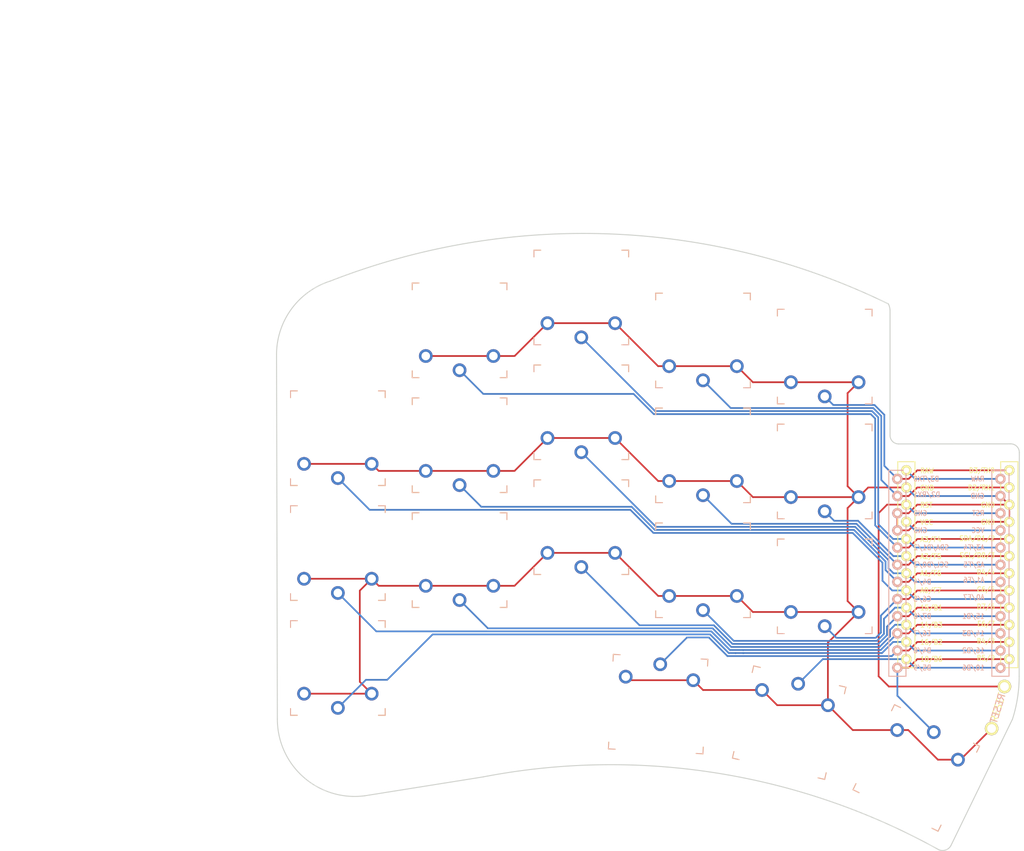
<source format=kicad_pcb>
(kicad_pcb (version 20171130) (host pcbnew "(5.1.10-1-10_14)")

  (general
    (thickness 1.6)
    (drawings 15)
    (tracks 250)
    (zones 0)
    (modules 25)
    (nets 23)
  )

  (page A4)
  (title_block
    (title "Corne Light")
    (date 2018-12-26)
    (rev 2.1)
    (company foostan)
  )

  (layers
    (0 F.Cu signal)
    (31 B.Cu signal)
    (32 B.Adhes user)
    (33 F.Adhes user)
    (34 B.Paste user)
    (35 F.Paste user)
    (36 B.SilkS user)
    (37 F.SilkS user)
    (38 B.Mask user)
    (39 F.Mask user)
    (40 Dwgs.User user)
    (41 Cmts.User user)
    (42 Eco1.User user)
    (43 Eco2.User user)
    (44 Edge.Cuts user)
    (45 Margin user)
    (46 B.CrtYd user)
    (47 F.CrtYd user)
    (48 B.Fab user)
    (49 F.Fab user)
  )

  (setup
    (last_trace_width 0.25)
    (user_trace_width 0.5)
    (trace_clearance 0.2)
    (zone_clearance 0.508)
    (zone_45_only no)
    (trace_min 0.2)
    (via_size 0.6)
    (via_drill 0.4)
    (via_min_size 0.4)
    (via_min_drill 0.3)
    (uvia_size 0.3)
    (uvia_drill 0.1)
    (uvias_allowed no)
    (uvia_min_size 0.2)
    (uvia_min_drill 0.1)
    (edge_width 0.15)
    (segment_width 0.15)
    (pcb_text_width 0.3)
    (pcb_text_size 1.5 1.5)
    (mod_edge_width 0.15)
    (mod_text_size 1 1)
    (mod_text_width 0.15)
    (pad_size 2 2)
    (pad_drill 1.3)
    (pad_to_mask_clearance 0.2)
    (aux_axis_origin 145.73 12.66)
    (visible_elements FFFFE7FF)
    (pcbplotparams
      (layerselection 0x010fc_ffffffff)
      (usegerberextensions true)
      (usegerberattributes false)
      (usegerberadvancedattributes false)
      (creategerberjobfile false)
      (excludeedgelayer true)
      (linewidth 0.150000)
      (plotframeref false)
      (viasonmask false)
      (mode 1)
      (useauxorigin false)
      (hpglpennumber 1)
      (hpglpenspeed 20)
      (hpglpendiameter 15.000000)
      (psnegative false)
      (psa4output false)
      (plotreference true)
      (plotvalue false)
      (plotinvisibletext false)
      (padsonsilk false)
      (subtractmaskfromsilk true)
      (outputformat 1)
      (mirror false)
      (drillshape 0)
      (scaleselection 1)
      (outputdirectory "gerber/"))
  )

  (net 0 "")
  (net 1 row0)
  (net 2 row1)
  (net 3 row2)
  (net 4 row3)
  (net 5 "Net-(D20-Pad2)")
  (net 6 GND)
  (net 7 VCC)
  (net 8 col1)
  (net 9 col2)
  (net 10 col3)
  (net 11 col4)
  (net 12 col5)
  (net 13 LED)
  (net 14 data)
  (net 15 reset)
  (net 16 SCL)
  (net 17 SDA)
  (net 18 "Net-(U1-Pad14)")
  (net 19 "Net-(U1-Pad13)")
  (net 20 "Net-(U1-Pad12)")
  (net 21 "Net-(U1-Pad11)")
  (net 22 "Net-(U1-Pad24)")

  (net_class Default "これは標準のネット クラスです。"
    (clearance 0.2)
    (trace_width 0.25)
    (via_dia 0.6)
    (via_drill 0.4)
    (uvia_dia 0.3)
    (uvia_drill 0.1)
    (add_net GND)
    (add_net LED)
    (add_net "Net-(D20-Pad2)")
    (add_net "Net-(U1-Pad11)")
    (add_net "Net-(U1-Pad12)")
    (add_net "Net-(U1-Pad13)")
    (add_net "Net-(U1-Pad14)")
    (add_net "Net-(U1-Pad24)")
    (add_net SCL)
    (add_net SDA)
    (add_net VCC)
    (add_net col1)
    (add_net col2)
    (add_net col3)
    (add_net col4)
    (add_net col5)
    (add_net data)
    (add_net reset)
    (add_net row0)
    (add_net row1)
    (add_net row2)
    (add_net row3)
  )

  (module chocs:SW_PG1350_reversible_b2 (layer F.Cu) (tedit 61693428) (tstamp 5C23875A)
    (at 80 39.17)
    (descr "Kailh \"Choc\" PG1350 keyswitch, able to be mounted on front or back of PCB")
    (tags kailh,choc)
    (path /5A5E2D3E)
    (fp_text reference SW10 (at 4.6 6 180) (layer Dwgs.User) hide
      (effects (font (size 1 1) (thickness 0.15)))
    )
    (fp_text value SW_PUSH (at -0.5 6 180) (layer Dwgs.User) hide
      (effects (font (size 1 1) (thickness 0.15)))
    )
    (fp_line (start 6 -7) (end 7 -7) (layer F.SilkS) (width 0.15))
    (fp_line (start 7 -7) (end 7 -6) (layer F.SilkS) (width 0.15))
    (fp_line (start 7 6) (end 7 7) (layer F.SilkS) (width 0.15))
    (fp_line (start 7 7) (end 6 7) (layer F.SilkS) (width 0.15))
    (fp_line (start -6 7) (end -7 7) (layer F.SilkS) (width 0.15))
    (fp_line (start -7 7) (end -7 6) (layer F.SilkS) (width 0.15))
    (fp_line (start -7 -6) (end -7 -7) (layer F.SilkS) (width 0.15))
    (fp_line (start -7 -7) (end -6 -7) (layer F.SilkS) (width 0.15))
    (fp_line (start -2.6 -3.1) (end 2.6 -3.1) (layer Eco2.User) (width 0.15))
    (fp_line (start 2.6 -3.1) (end 2.6 -6.3) (layer Eco2.User) (width 0.15))
    (fp_line (start 2.6 -6.3) (end -2.6 -6.3) (layer Eco2.User) (width 0.15))
    (fp_line (start -2.6 -3.1) (end -2.6 -6.3) (layer Eco2.User) (width 0.15))
    (fp_line (start -7 -6) (end -7 -7) (layer B.SilkS) (width 0.15))
    (fp_line (start -7 -7) (end -6 -7) (layer B.SilkS) (width 0.15))
    (fp_line (start -6 7) (end -7 7) (layer B.SilkS) (width 0.15))
    (fp_line (start -7 7) (end -7 6) (layer B.SilkS) (width 0.15))
    (fp_line (start 7 6) (end 7 7) (layer B.SilkS) (width 0.15))
    (fp_line (start 7 7) (end 6 7) (layer B.SilkS) (width 0.15))
    (fp_line (start 6 -7) (end 7 -7) (layer B.SilkS) (width 0.15))
    (fp_line (start 7 -7) (end 7 -6) (layer B.SilkS) (width 0.15))
    (fp_line (start -6.9 6.9) (end 6.9 6.9) (layer Eco2.User) (width 0.15))
    (fp_line (start 6.9 -6.9) (end -6.9 -6.9) (layer Eco2.User) (width 0.15))
    (fp_line (start 6.9 -6.9) (end 6.9 6.9) (layer Eco2.User) (width 0.15))
    (fp_line (start -6.9 6.9) (end -6.9 -6.9) (layer Eco2.User) (width 0.15))
    (fp_line (start -7.5 -7.5) (end 7.5 -7.5) (layer B.Fab) (width 0.15))
    (fp_line (start 7.5 -7.5) (end 7.5 7.5) (layer B.Fab) (width 0.15))
    (fp_line (start 7.5 7.5) (end -7.5 7.5) (layer B.Fab) (width 0.15))
    (fp_line (start -7.5 7.5) (end -7.5 -7.5) (layer B.Fab) (width 0.15))
    (fp_line (start -7.5 -7.5) (end 7.5 -7.5) (layer F.Fab) (width 0.15))
    (fp_line (start 7.5 7.5) (end -7.5 7.5) (layer F.Fab) (width 0.15))
    (fp_line (start 7.5 -7.5) (end 7.5 7.5) (layer F.Fab) (width 0.15))
    (fp_line (start -7.5 7.5) (end -7.5 -7.5) (layer F.Fab) (width 0.15))
    (fp_line (start -9 8.5) (end -9 -8.5) (layer Eco1.User) (width 0.12))
    (fp_line (start -9 -8.5) (end 9 -8.5) (layer Eco1.User) (width 0.12))
    (fp_line (start 9 8.5) (end 9 -8.5) (layer Eco1.User) (width 0.12))
    (fp_line (start -9 8.5) (end 9 8.5) (layer Eco1.User) (width 0.12))
    (fp_text user %V (at 0 8.255) (layer B.Fab)
      (effects (font (size 1 1) (thickness 0.15)) (justify mirror))
    )
    (fp_text user %R (at 0 0) (layer F.Fab)
      (effects (font (size 1 1) (thickness 0.15)))
    )
    (fp_text user %R (at 0 0) (layer F.Fab)
      (effects (font (size 1 1) (thickness 0.15)))
    )
    (pad "" np_thru_hole circle (at -5.22 -4.2) (size 0.9906 0.9906) (drill 0.9906) (layers *.Cu *.Mask))
    (pad 2 thru_hole circle (at 5 3.8) (size 2.032 2.032) (drill 1.27) (layers *.Cu *.Mask)
      (net 6 GND))
    (pad "" np_thru_hole circle (at 0 0) (size 3.429 3.429) (drill 3.429) (layers *.Cu *.Mask))
    (pad 2 thru_hole circle (at -5 3.8) (size 2.032 2.032) (drill 1.27) (layers *.Cu *.Mask)
      (net 6 GND))
    (pad 1 thru_hole circle (at 0 5.9) (size 2.032 2.032) (drill 1.27) (layers *.Cu *.Mask)
      (net 9 col2))
    (pad "" np_thru_hole circle (at 5.22 -4.2) (size 0.9906 0.9906) (drill 0.9906) (layers *.Cu *.Mask))
    (pad "" np_thru_hole circle (at 5.5 0) (size 1.7018 1.7018) (drill 1.7018) (layers *.Cu *.Mask))
    (pad "" np_thru_hole circle (at -5.5 0) (size 1.7018 1.7018) (drill 1.7018) (layers *.Cu *.Mask))
  )

  (module chocs:SW_PG1350_reversible_b2 (layer F.Cu) (tedit 6169B877) (tstamp 5C238786)
    (at 116 47.92)
    (descr "Kailh \"Choc\" PG1350 keyswitch, able to be mounted on front or back of PCB")
    (tags kailh,choc)
    (path /5A5E2D4A)
    (fp_text reference SW12 (at 4.6 6 180) (layer Dwgs.User) hide
      (effects (font (size 1 1) (thickness 0.15)))
    )
    (fp_text value SW_PUSH (at -0.5 6 180) (layer Dwgs.User) hide
      (effects (font (size 1 1) (thickness 0.15)))
    )
    (fp_line (start -9 8.5) (end 9 8.5) (layer Eco1.User) (width 0.12))
    (fp_line (start 9 8.5) (end 9 -8.5) (layer Eco1.User) (width 0.12))
    (fp_line (start -9 -8.5) (end 9 -8.5) (layer Eco1.User) (width 0.12))
    (fp_line (start -9 8.5) (end -9 -8.5) (layer Eco1.User) (width 0.12))
    (fp_line (start -7.5 7.5) (end -7.5 -7.5) (layer F.Fab) (width 0.15))
    (fp_line (start 7.5 -7.5) (end 7.5 7.5) (layer F.Fab) (width 0.15))
    (fp_line (start 7.5 7.5) (end -7.5 7.5) (layer F.Fab) (width 0.15))
    (fp_line (start -7.5 -7.5) (end 7.5 -7.5) (layer F.Fab) (width 0.15))
    (fp_line (start -7.5 7.5) (end -7.5 -7.5) (layer B.Fab) (width 0.15))
    (fp_line (start 7.5 7.5) (end -7.5 7.5) (layer B.Fab) (width 0.15))
    (fp_line (start 7.5 -7.5) (end 7.5 7.5) (layer B.Fab) (width 0.15))
    (fp_line (start -7.5 -7.5) (end 7.5 -7.5) (layer B.Fab) (width 0.15))
    (fp_line (start -6.9 6.9) (end -6.9 -6.9) (layer Eco2.User) (width 0.15))
    (fp_line (start 6.9 -6.9) (end 6.9 6.9) (layer Eco2.User) (width 0.15))
    (fp_line (start 6.9 -6.9) (end -6.9 -6.9) (layer Eco2.User) (width 0.15))
    (fp_line (start -6.9 6.9) (end 6.9 6.9) (layer Eco2.User) (width 0.15))
    (fp_line (start 7 -7) (end 7 -6) (layer B.SilkS) (width 0.15))
    (fp_line (start 6 -7) (end 7 -7) (layer B.SilkS) (width 0.15))
    (fp_line (start 7 7) (end 6 7) (layer B.SilkS) (width 0.15))
    (fp_line (start 7 6) (end 7 7) (layer B.SilkS) (width 0.15))
    (fp_line (start -7 7) (end -7 6) (layer B.SilkS) (width 0.15))
    (fp_line (start -6 7) (end -7 7) (layer B.SilkS) (width 0.15))
    (fp_line (start -7 -7) (end -6 -7) (layer B.SilkS) (width 0.15))
    (fp_line (start -7 -6) (end -7 -7) (layer B.SilkS) (width 0.15))
    (fp_line (start -2.6 -3.1) (end -2.6 -6.3) (layer Eco2.User) (width 0.15))
    (fp_line (start 2.6 -6.3) (end -2.6 -6.3) (layer Eco2.User) (width 0.15))
    (fp_line (start 2.6 -3.1) (end 2.6 -6.3) (layer Eco2.User) (width 0.15))
    (fp_line (start -2.6 -3.1) (end 2.6 -3.1) (layer Eco2.User) (width 0.15))
    (fp_line (start -7 -7) (end -6 -7) (layer F.SilkS) (width 0.15))
    (fp_line (start -7 -6) (end -7 -7) (layer F.SilkS) (width 0.15))
    (fp_line (start -7 7) (end -7 6) (layer F.SilkS) (width 0.15))
    (fp_line (start -6 7) (end -7 7) (layer F.SilkS) (width 0.15))
    (fp_line (start 7 7) (end 6 7) (layer F.SilkS) (width 0.15))
    (fp_line (start 7 6) (end 7 7) (layer F.SilkS) (width 0.15))
    (fp_line (start 7 -7) (end 7 -6) (layer F.SilkS) (width 0.15))
    (fp_line (start 6 -7) (end 7 -7) (layer F.SilkS) (width 0.15))
    (fp_text user %R (at 0 0) (layer F.Fab)
      (effects (font (size 1 1) (thickness 0.15)))
    )
    (fp_text user %R (at 0 0) (layer F.Fab)
      (effects (font (size 1 1) (thickness 0.15)))
    )
    (fp_text user %V (at 0 8.255) (layer B.Fab)
      (effects (font (size 1 1) (thickness 0.15)) (justify mirror))
    )
    (pad "" np_thru_hole circle (at -5.5 0) (size 1.7018 1.7018) (drill 1.7018) (layers *.Cu *.Mask))
    (pad "" np_thru_hole circle (at 5.5 0) (size 1.7018 1.7018) (drill 1.7018) (layers *.Cu *.Mask))
    (pad "" np_thru_hole circle (at 5.22 -4.2) (size 0.9906 0.9906) (drill 0.9906) (layers *.Cu *.Mask))
    (pad 1 thru_hole circle (at 0 5.9) (size 2.032 2.032) (drill 1.27) (layers *.Cu *.Mask)
      (net 8 col1))
    (pad 2 thru_hole circle (at -5 3.8) (size 2.032 2.032) (drill 1.27) (layers *.Cu *.Mask)
      (net 6 GND))
    (pad "" np_thru_hole circle (at 0 0) (size 3.429 3.429) (drill 3.429) (layers *.Cu *.Mask))
    (pad 2 thru_hole circle (at 5 3.8) (size 2.032 2.032) (drill 1.27) (layers *.Cu *.Mask)
      (net 6 GND))
    (pad "" np_thru_hole circle (at -5.22 -4.2) (size 0.9906 0.9906) (drill 0.9906) (layers *.Cu *.Mask))
  )

  (module foostan:ResetSW (layer F.Cu) (tedit 6169D060) (tstamp 6169DE00)
    (at 141.6304 82.8548 253)
    (fp_text reference RSW1 (at 0 2.55 73) (layer F.SilkS) hide
      (effects (font (size 1 1) (thickness 0.15)))
    )
    (fp_text value Val** (at 0 -2.55 73) (layer F.Fab)
      (effects (font (size 1 1) (thickness 0.15)))
    )
    (fp_text user RESET (at 0 0 73) (layer F.SilkS)
      (effects (font (size 1 1) (thickness 0.15)))
    )
    (fp_text user RESET (at 0.127 0 73) (layer B.SilkS)
      (effects (font (size 1 1) (thickness 0.15)) (justify mirror))
    )
    (pad 2 thru_hole circle (at -3.25 0 253) (size 2 2) (drill 1.3) (layers *.Cu *.Mask F.SilkS)
      (net 15 reset))
    (pad 1 thru_hole circle (at 3.25 0 253) (size 2 2) (drill 1.3) (layers *.Cu *.Mask F.SilkS)
      (net 6 GND))
  )

  (module kbd:ProMicro_v2 (layer F.Cu) (tedit 6169C441) (tstamp 61698C91)
    (at 135.636 62.23)
    (path /5A5E14C2)
    (fp_text reference U1 (at -0.1 -0.05 270) (layer F.SilkS) hide
      (effects (font (size 1 1) (thickness 0.15)))
    )
    (fp_text value ProMicro (at -0.45 -17) (layer F.Fab) hide
      (effects (font (size 1 1) (thickness 0.15)))
    )
    (fp_line (start 6.3864 14.732) (end 6.3864 -15.748) (layer F.SilkS) (width 0.15))
    (fp_line (start 8.9264 14.732) (end 6.3864 14.732) (layer F.SilkS) (width 0.15))
    (fp_line (start 8.9264 -15.748) (end 8.9264 14.732) (layer F.SilkS) (width 0.15))
    (fp_line (start 6.3864 -15.748) (end 8.9264 -15.748) (layer F.SilkS) (width 0.15))
    (fp_line (start -8.8336 14.732) (end -8.8336 -15.748) (layer F.SilkS) (width 0.15))
    (fp_line (start -6.2936 14.732) (end -8.8336 14.732) (layer F.SilkS) (width 0.15))
    (fp_line (start -6.2936 -15.748) (end -6.2936 14.732) (layer F.SilkS) (width 0.15))
    (fp_line (start -8.8336 -15.748) (end -6.2936 -15.748) (layer F.SilkS) (width 0.15))
    (fp_line (start -8.845 14.732) (end -8.845 -18.288) (layer F.Fab) (width 0.15))
    (fp_line (start 8.935 14.732) (end -8.845 14.732) (layer F.Fab) (width 0.15))
    (fp_line (start 8.935 -18.288) (end 8.935 14.732) (layer F.Fab) (width 0.15))
    (fp_line (start -8.845 -18.288) (end 8.935 -18.288) (layer F.Fab) (width 0.15))
    (fp_line (start -10.16 -17.018) (end 7.62 -17.018) (layer F.Fab) (width 0.15))
    (fp_line (start 7.62 -17.018) (end 7.62 16.002) (layer F.Fab) (width 0.15))
    (fp_line (start 7.62 16.002) (end -10.16 16.002) (layer F.Fab) (width 0.15))
    (fp_line (start -10.16 16.002) (end -10.16 -17.018) (layer F.Fab) (width 0.15))
    (fp_line (start 5.08 -14.478) (end 7.62 -14.478) (layer B.SilkS) (width 0.15))
    (fp_line (start 7.62 -14.478) (end 7.62 16.002) (layer B.SilkS) (width 0.15))
    (fp_line (start 7.62 16.002) (end 5.08 16.002) (layer B.SilkS) (width 0.15))
    (fp_line (start 5.08 16.002) (end 5.08 -14.478) (layer B.SilkS) (width 0.15))
    (fp_line (start -10.16 -14.478) (end -7.62 -14.478) (layer B.SilkS) (width 0.15))
    (fp_line (start -7.62 -14.478) (end -7.62 16.002) (layer B.SilkS) (width 0.15))
    (fp_line (start -7.62 16.002) (end -10.16 16.002) (layer B.SilkS) (width 0.15))
    (fp_line (start -10.16 16.002) (end -10.16 -14.478) (layer B.SilkS) (width 0.15))
    (fp_text user B5/9 (at -6.604 14.732 unlocked) (layer B.SilkS)
      (effects (font (size 0.75 0.67) (thickness 0.125)) (justify right mirror))
    )
    (fp_text user B4/8 (at -6.604 12.192 unlocked) (layer B.SilkS)
      (effects (font (size 0.75 0.67) (thickness 0.125)) (justify right mirror))
    )
    (fp_text user E6/7 (at -6.604 9.652 unlocked) (layer B.SilkS)
      (effects (font (size 0.75 0.67) (thickness 0.125)) (justify right mirror))
    )
    (fp_text user D7/6 (at -6.604 7.112 unlocked) (layer B.SilkS)
      (effects (font (size 0.75 0.67) (thickness 0.125)) (justify right mirror))
    )
    (fp_text user C6/5 (at -6.604 4.572 unlocked) (layer B.SilkS)
      (effects (font (size 0.75 0.67) (thickness 0.125)) (justify right mirror))
    )
    (fp_text user D4/4 (at -6.604 2.032 unlocked) (layer B.SilkS)
      (effects (font (size 0.75 0.67) (thickness 0.125)) (justify right mirror))
    )
    (fp_text user SDA/D1/2 (at -6.604 -3.048 unlocked) (layer B.SilkS)
      (effects (font (size 0.75 0.67) (thickness 0.125)) (justify right mirror))
    )
    (fp_text user GND (at -6.604 -5.588) (layer B.SilkS)
      (effects (font (size 0.75 0.67) (thickness 0.125)) (justify right mirror))
    )
    (fp_text user GND (at -6.604 -8.128) (layer B.SilkS)
      (effects (font (size 0.75 0.67) (thickness 0.125)) (justify right mirror))
    )
    (fp_text user D2/RX1 (at -6.604 -10.884 unlocked) (layer B.SilkS)
      (effects (font (size 0.75 0.67) (thickness 0.125)) (justify right mirror))
    )
    (fp_text user D3/TX0 (at -6.604 -13.208 unlocked) (layer B.SilkS)
      (effects (font (size 0.75 0.67) (thickness 0.125)) (justify right mirror))
    )
    (fp_text user 10/B6 (at 4.064 14.732 unlocked) (layer B.SilkS)
      (effects (font (size 0.75 0.67) (thickness 0.125)) (justify left mirror))
    )
    (fp_text user 16/B2 (at 4.064 12.192 unlocked) (layer B.SilkS)
      (effects (font (size 0.75 0.67) (thickness 0.125)) (justify left mirror))
    )
    (fp_text user 14/B3 (at 4.064 9.652 unlocked) (layer B.SilkS)
      (effects (font (size 0.75 0.67) (thickness 0.125)) (justify left mirror))
    )
    (fp_text user 15/B1 (at 4.064 7.112 unlocked) (layer B.SilkS)
      (effects (font (size 0.75 0.67) (thickness 0.125)) (justify left mirror))
    )
    (fp_text user A0/F7 (at 4.064 4.316 unlocked) (layer B.SilkS)
      (effects (font (size 0.75 0.67) (thickness 0.125)) (justify left mirror))
    )
    (fp_text user A1/F6 (at 4.064 1.766 unlocked) (layer B.SilkS)
      (effects (font (size 0.75 0.67) (thickness 0.125)) (justify left mirror))
    )
    (fp_text user A2/F5 (at 4.064 -0.508 unlocked) (layer B.SilkS)
      (effects (font (size 0.75 0.67) (thickness 0.125)) (justify left mirror))
    )
    (fp_text user A3/F4 (at 4.064 -3.048 unlocked) (layer B.SilkS)
      (effects (font (size 0.75 0.67) (thickness 0.125)) (justify left mirror))
    )
    (fp_text user VCC (at 4.064 -5.588 unlocked) (layer B.SilkS)
      (effects (font (size 0.75 0.67) (thickness 0.125)) (justify left mirror))
    )
    (fp_text user RST (at 4.064 -8.128 unlocked) (layer B.SilkS)
      (effects (font (size 0.75 0.67) (thickness 0.125)) (justify left mirror))
    )
    (fp_text user GND (at 4.064 -10.668 unlocked) (layer B.SilkS)
      (effects (font (size 0.75 0.67) (thickness 0.125)) (justify left mirror))
    )
    (fp_text user RAW (at 4.064 -13.208 unlocked) (layer B.SilkS)
      (effects (font (size 0.75 0.67) (thickness 0.125)) (justify left mirror))
    )
    (fp_text user GND (at 5.588 -6.81) (layer F.SilkS)
      (effects (font (size 0.75 0.67) (thickness 0.125)) (justify right))
    )
    (fp_text user RAW (at -5.588 -14.41 unlocked) (layer F.SilkS)
      (effects (font (size 0.75 0.67) (thickness 0.125)) (justify left))
    )
    (fp_text user GND (at -5.588 -11.87 unlocked) (layer F.SilkS)
      (effects (font (size 0.75 0.67) (thickness 0.125)) (justify left))
    )
    (fp_text user RST (at -5.588 -9.33 unlocked) (layer F.SilkS)
      (effects (font (size 0.75 0.67) (thickness 0.125)) (justify left))
    )
    (fp_text user VCC (at -5.588 -6.79 unlocked) (layer F.SilkS)
      (effects (font (size 0.75 0.67) (thickness 0.125)) (justify left))
    )
    (fp_text user A3/F4 (at -5.588 -4.25 unlocked) (layer F.SilkS)
      (effects (font (size 0.75 0.67) (thickness 0.125)) (justify left))
    )
    (fp_text user A2/F5 (at -5.588 -1.75 unlocked) (layer F.SilkS)
      (effects (font (size 0.75 0.67) (thickness 0.125)) (justify left))
    )
    (fp_text user A1/F6 (at -5.588 0.75 unlocked) (layer F.SilkS)
      (effects (font (size 0.75 0.67) (thickness 0.125)) (justify left))
    )
    (fp_text user A0/F7 (at -5.588 3.3 unlocked) (layer F.SilkS)
      (effects (font (size 0.75 0.67) (thickness 0.125)) (justify left))
    )
    (fp_text user 15/B1 (at -5.588 5.85 unlocked) (layer F.SilkS)
      (effects (font (size 0.75 0.67) (thickness 0.125)) (justify left))
    )
    (fp_text user 14/B3 (at -5.588 8.4 unlocked) (layer F.SilkS)
      (effects (font (size 0.75 0.67) (thickness 0.125)) (justify left))
    )
    (fp_text user 10/B6 (at -5.588 13.45 unlocked) (layer F.SilkS)
      (effects (font (size 0.75 0.67) (thickness 0.125)) (justify left))
    )
    (fp_text user 16/B2 (at -5.588 10.95 unlocked) (layer F.SilkS)
      (effects (font (size 0.75 0.67) (thickness 0.125)) (justify left))
    )
    (fp_text user E6/7 (at 5.588 8.25 unlocked) (layer F.SilkS)
      (effects (font (size 0.75 0.67) (thickness 0.125)) (justify right))
    )
    (fp_text user D7/6 (at 5.588 5.7 unlocked) (layer F.SilkS)
      (effects (font (size 0.75 0.67) (thickness 0.125)) (justify right))
    )
    (fp_text user D3/TX0 (at 5.588 -14.45 unlocked) (layer F.SilkS)
      (effects (font (size 0.75 0.67) (thickness 0.125)) (justify right))
    )
    (fp_text user D4/4 (at 5.588 0.6 unlocked) (layer F.SilkS)
      (effects (font (size 0.75 0.67) (thickness 0.125)) (justify right))
    )
    (fp_text user SDA/D1/2 (at 5.588 -4.4 unlocked) (layer F.SilkS)
      (effects (font (size 0.75 0.67) (thickness 0.125)) (justify right))
    )
    (fp_text user SCL/D0/3 (at 5.588 -1.9 unlocked) (layer F.SilkS)
      (effects (font (size 0.75 0.67) (thickness 0.125)) (justify right))
    )
    (fp_text user C6/5 (at 5.588 3.15 unlocked) (layer F.SilkS)
      (effects (font (size 0.75 0.67) (thickness 0.125)) (justify right))
    )
    (fp_text user B5/9 (at 5.588 13.3 unlocked) (layer F.SilkS)
      (effects (font (size 0.75 0.67) (thickness 0.125)) (justify right))
    )
    (fp_text user D2/RX1 (at 5.588 -11.9 unlocked) (layer F.SilkS)
      (effects (font (size 0.75 0.67) (thickness 0.125)) (justify right))
    )
    (fp_text user B4/8 (at 5.588 10.8 unlocked) (layer F.SilkS)
      (effects (font (size 0.75 0.67) (thickness 0.125)) (justify right))
    )
    (fp_text user "" (at -0.5 -17.25) (layer F.SilkS)
      (effects (font (size 1 1) (thickness 0.15)))
    )
    (fp_text user "" (at -1.2065 -16.256) (layer B.SilkS)
      (effects (font (size 1 1) (thickness 0.15)) (justify mirror))
    )
    (fp_text user GND (at 5.588 -9.35) (layer F.SilkS)
      (effects (font (size 0.75 0.67) (thickness 0.125)) (justify right))
    )
    (fp_text user SCL/D0/3 (at -6.604 -0.508 unlocked) (layer B.SilkS)
      (effects (font (size 0.75 0.67) (thickness 0.125)) (justify right mirror))
    )
    (pad 24 thru_hole circle (at 6.35 14.732) (size 1.524 1.524) (drill 0.8128) (layers *.Cu *.Mask B.SilkS)
      (net 19 "Net-(U1-Pad13)"))
    (pad 23 thru_hole circle (at 6.35 12.192) (size 1.524 1.524) (drill 0.8128) (layers *.Cu *.Mask B.SilkS)
      (net 18 "Net-(U1-Pad14)"))
    (pad 22 thru_hole circle (at 6.35 9.652) (size 1.524 1.524) (drill 0.8128) (layers *.Cu *.Mask B.SilkS)
      (net 12 col5))
    (pad 21 thru_hole circle (at 6.35 7.112) (size 1.524 1.524) (drill 0.8128) (layers *.Cu *.Mask B.SilkS)
      (net 11 col4))
    (pad 20 thru_hole circle (at 6.35 4.572) (size 1.524 1.524) (drill 0.8128) (layers *.Cu *.Mask B.SilkS)
      (net 10 col3))
    (pad 19 thru_hole circle (at 6.35 2.032) (size 1.524 1.524) (drill 0.8128) (layers *.Cu *.Mask B.SilkS)
      (net 9 col2))
    (pad 18 thru_hole circle (at 6.35 -0.508) (size 1.524 1.524) (drill 0.8128) (layers *.Cu *.Mask B.SilkS)
      (net 8 col1))
    (pad 17 thru_hole circle (at 6.35 -3.048) (size 1.524 1.524) (drill 0.8128) (layers *.Cu *.Mask B.SilkS)
      (net 5 "Net-(D20-Pad2)"))
    (pad 16 thru_hole circle (at 6.35 -5.588) (size 1.524 1.524) (drill 0.8128) (layers *.Cu *.Mask B.SilkS)
      (net 7 VCC))
    (pad 15 thru_hole circle (at 6.35 -8.128) (size 1.524 1.524) (drill 0.8128) (layers *.Cu *.Mask B.SilkS)
      (net 15 reset))
    (pad 14 thru_hole circle (at 6.35 -10.668) (size 1.524 1.524) (drill 0.8128) (layers *.Cu *.Mask B.SilkS)
      (net 6 GND))
    (pad 13 thru_hole circle (at 6.35 -13.208) (size 1.524 1.524) (drill 0.8128) (layers *.Cu *.Mask B.SilkS)
      (net 22 "Net-(U1-Pad24)"))
    (pad 12 thru_hole circle (at -8.89 -13.208) (size 1.524 1.524) (drill 0.8128) (layers *.Cu *.Mask B.SilkS)
      (net 13 LED))
    (pad 11 thru_hole circle (at -8.89 -10.668) (size 1.524 1.524) (drill 0.8128) (layers *.Cu *.Mask B.SilkS)
      (net 14 data))
    (pad 10 thru_hole circle (at -8.89 -8.128) (size 1.524 1.524) (drill 0.8128) (layers *.Cu *.Mask B.SilkS)
      (net 6 GND))
    (pad 9 thru_hole circle (at -8.89 -5.588) (size 1.524 1.524) (drill 0.8128) (layers *.Cu *.Mask B.SilkS)
      (net 6 GND))
    (pad 8 thru_hole circle (at -8.89 -3.048) (size 1.524 1.524) (drill 0.8128) (layers *.Cu *.Mask B.SilkS)
      (net 17 SDA))
    (pad 7 thru_hole circle (at -8.89 -0.508) (size 1.524 1.524) (drill 0.8128) (layers *.Cu *.Mask B.SilkS)
      (net 16 SCL))
    (pad 6 thru_hole circle (at -8.89 2.032) (size 1.524 1.524) (drill 0.8128) (layers *.Cu *.Mask B.SilkS)
      (net 1 row0))
    (pad 5 thru_hole circle (at -8.89 4.572) (size 1.524 1.524) (drill 0.8128) (layers *.Cu *.Mask B.SilkS)
      (net 2 row1))
    (pad 4 thru_hole circle (at -8.89 7.112) (size 1.524 1.524) (drill 0.8128) (layers *.Cu *.Mask B.SilkS)
      (net 3 row2))
    (pad 3 thru_hole circle (at -8.89 9.652) (size 1.524 1.524) (drill 0.8128) (layers *.Cu *.Mask B.SilkS)
      (net 4 row3))
    (pad 2 thru_hole circle (at -8.89 12.192) (size 1.524 1.524) (drill 0.8128) (layers *.Cu *.Mask B.SilkS)
      (net 21 "Net-(U1-Pad11)"))
    (pad 1 thru_hole circle (at -8.89 14.732) (size 1.524 1.524) (drill 0.8128) (layers *.Cu *.Mask B.SilkS)
      (net 20 "Net-(U1-Pad12)"))
    (pad 1 thru_hole circle (at 7.6564 -14.478) (size 1.524 1.524) (drill 0.8128) (layers *.Cu *.Mask F.SilkS)
      (net 13 LED))
    (pad 2 thru_hole circle (at 7.6564 -11.938) (size 1.524 1.524) (drill 0.8128) (layers *.Cu *.Mask F.SilkS)
      (net 14 data))
    (pad 3 thru_hole circle (at 7.6564 -9.398) (size 1.524 1.524) (drill 0.8128) (layers *.Cu *.Mask F.SilkS)
      (net 6 GND))
    (pad 4 thru_hole circle (at 7.6564 -6.858) (size 1.524 1.524) (drill 0.8128) (layers *.Cu *.Mask F.SilkS)
      (net 6 GND))
    (pad 5 thru_hole circle (at 7.6564 -4.318) (size 1.524 1.524) (drill 0.8128) (layers *.Cu *.Mask F.SilkS)
      (net 17 SDA))
    (pad 6 thru_hole circle (at 7.6564 -1.778) (size 1.524 1.524) (drill 0.8128) (layers *.Cu *.Mask F.SilkS)
      (net 16 SCL))
    (pad 7 thru_hole circle (at 7.6564 0.762) (size 1.524 1.524) (drill 0.8128) (layers *.Cu *.Mask F.SilkS)
      (net 1 row0))
    (pad 8 thru_hole circle (at 7.6564 3.302) (size 1.524 1.524) (drill 0.8128) (layers *.Cu *.Mask F.SilkS)
      (net 2 row1))
    (pad 9 thru_hole circle (at 7.6564 5.842) (size 1.524 1.524) (drill 0.8128) (layers *.Cu *.Mask F.SilkS)
      (net 3 row2))
    (pad 10 thru_hole circle (at 7.6564 8.382) (size 1.524 1.524) (drill 0.8128) (layers *.Cu *.Mask F.SilkS)
      (net 4 row3))
    (pad 11 thru_hole circle (at 7.6564 10.922) (size 1.524 1.524) (drill 0.8128) (layers *.Cu *.Mask F.SilkS)
      (net 21 "Net-(U1-Pad11)"))
    (pad 12 thru_hole circle (at 7.6564 13.462) (size 1.524 1.524) (drill 0.8128) (layers *.Cu *.Mask F.SilkS)
      (net 20 "Net-(U1-Pad12)"))
    (pad 13 thru_hole circle (at -7.5636 13.462) (size 1.524 1.524) (drill 0.8128) (layers *.Cu *.Mask F.SilkS)
      (net 19 "Net-(U1-Pad13)"))
    (pad 14 thru_hole circle (at -7.5636 10.922) (size 1.524 1.524) (drill 0.8128) (layers *.Cu *.Mask F.SilkS)
      (net 18 "Net-(U1-Pad14)"))
    (pad 15 thru_hole circle (at -7.5636 8.382) (size 1.524 1.524) (drill 0.8128) (layers *.Cu *.Mask F.SilkS)
      (net 12 col5))
    (pad 16 thru_hole circle (at -7.5636 5.842) (size 1.524 1.524) (drill 0.8128) (layers *.Cu *.Mask F.SilkS)
      (net 11 col4))
    (pad 17 thru_hole circle (at -7.5636 3.302) (size 1.524 1.524) (drill 0.8128) (layers *.Cu *.Mask F.SilkS)
      (net 10 col3))
    (pad 18 thru_hole circle (at -7.5636 0.762) (size 1.524 1.524) (drill 0.8128) (layers *.Cu *.Mask F.SilkS)
      (net 9 col2))
    (pad 19 thru_hole circle (at -7.5636 -1.778) (size 1.524 1.524) (drill 0.8128) (layers *.Cu *.Mask F.SilkS)
      (net 8 col1))
    (pad 20 thru_hole circle (at -7.5636 -4.318) (size 1.524 1.524) (drill 0.8128) (layers *.Cu *.Mask F.SilkS)
      (net 5 "Net-(D20-Pad2)"))
    (pad 21 thru_hole circle (at -7.5636 -6.858) (size 1.524 1.524) (drill 0.8128) (layers *.Cu *.Mask F.SilkS)
      (net 7 VCC))
    (pad 22 thru_hole circle (at -7.5636 -9.398) (size 1.524 1.524) (drill 0.8128) (layers *.Cu *.Mask F.SilkS)
      (net 15 reset))
    (pad 23 thru_hole circle (at -7.5636 -11.938) (size 1.524 1.524) (drill 0.8128) (layers *.Cu *.Mask F.SilkS)
      (net 6 GND))
    (pad 24 thru_hole circle (at -7.5636 -14.478) (size 1.524 1.524) (drill 0.8128) (layers *.Cu *.Mask F.SilkS)
      (net 22 "Net-(U1-Pad24)"))
  )

  (module chocs:SW_PG1350_reversible_b2 (layer B.Cu) (tedit 6169B773) (tstamp 6169AC09)
    (at 91.3638 82.3468 357)
    (descr "Kailh \"Choc\" PG1350 keyswitch, able to be mounted on front or back of PCB")
    (tags kailh,choc)
    (path /5A5E37A4)
    (fp_text reference SW20 (at 4.600001 -6 177) (layer Dwgs.User) hide
      (effects (font (size 1 1) (thickness 0.15)))
    )
    (fp_text value SW_PUSH (at -0.5 -5.999999 177) (layer Dwgs.User) hide
      (effects (font (size 1 1) (thickness 0.15)))
    )
    (fp_line (start 6 7) (end 7 7) (layer B.SilkS) (width 0.15))
    (fp_line (start 7 7) (end 7 6) (layer B.SilkS) (width 0.15))
    (fp_line (start 7 -6) (end 7 -7) (layer B.SilkS) (width 0.15))
    (fp_line (start 7 -7) (end 6 -7) (layer B.SilkS) (width 0.15))
    (fp_line (start -6 -7) (end -7 -7) (layer B.SilkS) (width 0.15))
    (fp_line (start -7 -7) (end -7 -6) (layer B.SilkS) (width 0.15))
    (fp_line (start -7 6) (end -7 7) (layer B.SilkS) (width 0.15))
    (fp_line (start -7 7) (end -6 7) (layer B.SilkS) (width 0.15))
    (fp_line (start -2.6 3.1) (end 2.6 3.1) (layer Eco2.User) (width 0.15))
    (fp_line (start 2.6 3.1) (end 2.6 6.3) (layer Eco2.User) (width 0.15))
    (fp_line (start 2.6 6.3) (end -2.6 6.3) (layer Eco2.User) (width 0.15))
    (fp_line (start -2.6 3.1) (end -2.6 6.3) (layer Eco2.User) (width 0.15))
    (fp_line (start -7 6) (end -7 7) (layer F.SilkS) (width 0.15))
    (fp_line (start -7 7) (end -6 7) (layer F.SilkS) (width 0.15))
    (fp_line (start -6 -7) (end -7 -7) (layer F.SilkS) (width 0.15))
    (fp_line (start -7 -7) (end -7 -6) (layer F.SilkS) (width 0.15))
    (fp_line (start 7 -6) (end 7 -7) (layer F.SilkS) (width 0.15))
    (fp_line (start 7 -7) (end 6 -7) (layer F.SilkS) (width 0.15))
    (fp_line (start 6 7) (end 7 7) (layer F.SilkS) (width 0.15))
    (fp_line (start 7 7) (end 7 6) (layer F.SilkS) (width 0.15))
    (fp_line (start -6.9 -6.9) (end 6.9 -6.9) (layer Eco2.User) (width 0.15))
    (fp_line (start 6.9 6.9) (end -6.9 6.9) (layer Eco2.User) (width 0.15))
    (fp_line (start 6.9 6.9) (end 6.9 -6.9) (layer Eco2.User) (width 0.15))
    (fp_line (start -6.9 -6.9) (end -6.9 6.9) (layer Eco2.User) (width 0.15))
    (fp_line (start -7.5 7.5) (end 7.5 7.5) (layer F.Fab) (width 0.15))
    (fp_line (start 7.5 7.5) (end 7.5 -7.5) (layer F.Fab) (width 0.15))
    (fp_line (start 7.5 -7.5) (end -7.5 -7.5) (layer F.Fab) (width 0.15))
    (fp_line (start -7.5 -7.5) (end -7.5 7.5) (layer F.Fab) (width 0.15))
    (fp_line (start -7.5 7.5) (end 7.5 7.5) (layer B.Fab) (width 0.15))
    (fp_line (start 7.5 -7.5) (end -7.5 -7.5) (layer B.Fab) (width 0.15))
    (fp_line (start 7.5 7.5) (end 7.5 -7.5) (layer B.Fab) (width 0.15))
    (fp_line (start -7.5 -7.5) (end -7.5 7.5) (layer B.Fab) (width 0.15))
    (fp_line (start -9 -8.5) (end -9 8.5) (layer Eco1.User) (width 0.12))
    (fp_line (start -9 8.5) (end 9 8.5) (layer Eco1.User) (width 0.12))
    (fp_line (start 9 -8.5) (end 9 8.5) (layer Eco1.User) (width 0.12))
    (fp_line (start -9 -8.5) (end 9 -8.5) (layer Eco1.User) (width 0.12))
    (fp_text user %R (at 0 0 177) (layer B.Fab)
      (effects (font (size 1 1) (thickness 0.15)) (justify mirror))
    )
    (fp_text user %V (at 0 -8.255 177) (layer F.Fab)
      (effects (font (size 1 1) (thickness 0.15)))
    )
    (fp_text user %R (at 0 0 177) (layer B.Fab)
      (effects (font (size 1 1) (thickness 0.15)) (justify mirror))
    )
    (fp_text user %R (at 0 0 177) (layer B.Fab)
      (effects (font (size 1 1) (thickness 0.15)) (justify mirror))
    )
    (pad "" np_thru_hole circle (at -5.22 4.2 357) (size 0.9906 0.9906) (drill 0.9906) (layers *.Cu *.Mask))
    (pad 2 thru_hole circle (at 5 -3.8 357) (size 2.032 2.032) (drill 1.27) (layers *.Cu *.Mask)
      (net 6 GND))
    (pad "" np_thru_hole circle (at 0 0 357) (size 3.429 3.429) (drill 3.429) (layers *.Cu *.Mask))
    (pad 2 thru_hole circle (at -5 -3.8 357) (size 2.032 2.032) (drill 1.27) (layers *.Cu *.Mask)
      (net 6 GND))
    (pad 1 thru_hole circle (at 0 -5.9 357) (size 2.032 2.032) (drill 1.27) (layers *.Cu *.Mask)
      (net 21 "Net-(U1-Pad11)"))
    (pad "" np_thru_hole circle (at 5.22 4.2 357) (size 0.9906 0.9906) (drill 0.9906) (layers *.Cu *.Mask))
    (pad "" np_thru_hole circle (at 5.5 0 357) (size 1.7018 1.7018) (drill 1.7018) (layers *.Cu *.Mask))
    (pad "" np_thru_hole circle (at -5.5 0 357) (size 1.7018 1.7018) (drill 1.7018) (layers *.Cu *.Mask))
  )

  (module "" (layer F.Cu) (tedit 0) (tstamp 0)
    (at -3.175 -14.605)
    (fp_text reference "" (at 134.72 62.484) (layer F.SilkS)
      (effects (font (size 1.27 1.27) (thickness 0.15)))
    )
    (fp_text value "" (at 134.72 62.484) (layer F.SilkS)
      (effects (font (size 1.27 1.27) (thickness 0.15)))
    )
  )

  (module "" (layer F.Cu) (tedit 0) (tstamp 0)
    (at -3.175 -17.145)
    (fp_text reference "" (at 134.72 62.484) (layer F.SilkS)
      (effects (font (size 1.27 1.27) (thickness 0.15)))
    )
    (fp_text value "" (at 134.72 62.484) (layer F.SilkS)
      (effects (font (size 1.27 1.27) (thickness 0.15)))
    )
  )

  (module "" (layer F.Cu) (tedit 0) (tstamp 0)
    (at -3.175 -19.685)
    (fp_text reference "" (at 134.72 62.484) (layer F.SilkS)
      (effects (font (size 1.27 1.27) (thickness 0.15)))
    )
    (fp_text value "" (at 134.72 62.484) (layer F.SilkS)
      (effects (font (size 1.27 1.27) (thickness 0.15)))
    )
  )

  (module "" (layer F.Cu) (tedit 0) (tstamp 0)
    (at -3.175 -21.59)
    (fp_text reference "" (at 134.72 62.484) (layer F.SilkS)
      (effects (font (size 1.27 1.27) (thickness 0.15)))
    )
    (fp_text value "" (at 134.72 62.484) (layer F.SilkS)
      (effects (font (size 1.27 1.27) (thickness 0.15)))
    )
  )

  (module "" (layer F.Cu) (tedit 0) (tstamp 0)
    (at -5.715 -19.685)
    (fp_text reference "" (at 134.72 62.484) (layer F.SilkS)
      (effects (font (size 1.27 1.27) (thickness 0.15)))
    )
    (fp_text value "" (at 134.72 62.484) (layer F.SilkS)
      (effects (font (size 1.27 1.27) (thickness 0.15)))
    )
  )

  (module chocs:SW_PG1350_reversible_b2 (layer B.Cu) (tedit 6169B7A4) (tstamp 5EBA60B1)
    (at 110.744 85.09 347)
    (descr "Kailh \"Choc\" PG1350 keyswitch, able to be mounted on front or back of PCB")
    (tags kailh,choc)
    (path /5A5E37A4)
    (fp_text reference SW20 (at 4.600001 -6 167) (layer Dwgs.User) hide
      (effects (font (size 1 1) (thickness 0.15)))
    )
    (fp_text value SW_PUSH (at -0.5 -5.999999 167) (layer Dwgs.User) hide
      (effects (font (size 1 1) (thickness 0.15)))
    )
    (fp_line (start -9 -8.5) (end 9 -8.5) (layer Eco1.User) (width 0.12))
    (fp_line (start 9 -8.5) (end 9 8.5) (layer Eco1.User) (width 0.12))
    (fp_line (start -9 8.5) (end 9 8.5) (layer Eco1.User) (width 0.12))
    (fp_line (start -9 -8.5) (end -9 8.5) (layer Eco1.User) (width 0.12))
    (fp_line (start -7.5 -7.5) (end -7.5 7.5) (layer B.Fab) (width 0.15))
    (fp_line (start 7.5 7.5) (end 7.5 -7.5) (layer B.Fab) (width 0.15))
    (fp_line (start 7.5 -7.5) (end -7.5 -7.5) (layer B.Fab) (width 0.15))
    (fp_line (start -7.5 7.5) (end 7.5 7.5) (layer B.Fab) (width 0.15))
    (fp_line (start -7.5 -7.5) (end -7.5 7.5) (layer F.Fab) (width 0.15))
    (fp_line (start 7.5 -7.5) (end -7.5 -7.5) (layer F.Fab) (width 0.15))
    (fp_line (start 7.5 7.5) (end 7.5 -7.5) (layer F.Fab) (width 0.15))
    (fp_line (start -7.5 7.5) (end 7.5 7.5) (layer F.Fab) (width 0.15))
    (fp_line (start -6.9 -6.9) (end -6.9 6.9) (layer Eco2.User) (width 0.15))
    (fp_line (start 6.9 6.9) (end 6.9 -6.9) (layer Eco2.User) (width 0.15))
    (fp_line (start 6.9 6.9) (end -6.9 6.9) (layer Eco2.User) (width 0.15))
    (fp_line (start -6.9 -6.9) (end 6.9 -6.9) (layer Eco2.User) (width 0.15))
    (fp_line (start 7 7) (end 7 6) (layer F.SilkS) (width 0.15))
    (fp_line (start 6 7) (end 7 7) (layer F.SilkS) (width 0.15))
    (fp_line (start 7 -7) (end 6 -7) (layer F.SilkS) (width 0.15))
    (fp_line (start 7 -6) (end 7 -7) (layer F.SilkS) (width 0.15))
    (fp_line (start -7 -7) (end -7 -6) (layer F.SilkS) (width 0.15))
    (fp_line (start -6 -7) (end -7 -7) (layer F.SilkS) (width 0.15))
    (fp_line (start -7 7) (end -6 7) (layer F.SilkS) (width 0.15))
    (fp_line (start -7 6) (end -7 7) (layer F.SilkS) (width 0.15))
    (fp_line (start -2.6 3.1) (end -2.6 6.3) (layer Eco2.User) (width 0.15))
    (fp_line (start 2.6 6.3) (end -2.6 6.3) (layer Eco2.User) (width 0.15))
    (fp_line (start 2.6 3.1) (end 2.6 6.3) (layer Eco2.User) (width 0.15))
    (fp_line (start -2.6 3.1) (end 2.6 3.1) (layer Eco2.User) (width 0.15))
    (fp_line (start -7 7) (end -6 7) (layer B.SilkS) (width 0.15))
    (fp_line (start -7 6) (end -7 7) (layer B.SilkS) (width 0.15))
    (fp_line (start -7 -7) (end -7 -6) (layer B.SilkS) (width 0.15))
    (fp_line (start -6 -7) (end -7 -7) (layer B.SilkS) (width 0.15))
    (fp_line (start 7 -7) (end 6 -7) (layer B.SilkS) (width 0.15))
    (fp_line (start 7 -6) (end 7 -7) (layer B.SilkS) (width 0.15))
    (fp_line (start 7 7) (end 7 6) (layer B.SilkS) (width 0.15))
    (fp_line (start 6 7) (end 7 7) (layer B.SilkS) (width 0.15))
    (fp_text user %R (at 0 0 167) (layer B.Fab)
      (effects (font (size 1 1) (thickness 0.15)) (justify mirror))
    )
    (fp_text user %R (at 0 0 167) (layer B.Fab)
      (effects (font (size 1 1) (thickness 0.15)) (justify mirror))
    )
    (fp_text user %V (at 0 -8.255 167) (layer F.Fab)
      (effects (font (size 1 1) (thickness 0.15)))
    )
    (fp_text user %R (at 0 0 167) (layer B.Fab)
      (effects (font (size 1 1) (thickness 0.15)) (justify mirror))
    )
    (pad "" np_thru_hole circle (at -5.5 0 347) (size 1.7018 1.7018) (drill 1.7018) (layers *.Cu *.Mask))
    (pad "" np_thru_hole circle (at 5.5 0 347) (size 1.7018 1.7018) (drill 1.7018) (layers *.Cu *.Mask))
    (pad "" np_thru_hole circle (at 5.22 4.2 347) (size 0.9906 0.9906) (drill 0.9906) (layers *.Cu *.Mask))
    (pad 1 thru_hole circle (at 0 -5.9 347) (size 2.032 2.032) (drill 1.27) (layers *.Cu *.Mask)
      (net 19 "Net-(U1-Pad13)"))
    (pad 2 thru_hole circle (at -5 -3.8 347) (size 2.032 2.032) (drill 1.27) (layers *.Cu *.Mask)
      (net 6 GND))
    (pad "" np_thru_hole circle (at 0 0 347) (size 3.429 3.429) (drill 3.429) (layers *.Cu *.Mask))
    (pad 2 thru_hole circle (at 5 -3.8 347) (size 2.032 2.032) (drill 1.27) (layers *.Cu *.Mask)
      (net 6 GND))
    (pad "" np_thru_hole circle (at -5.22 4.2 347) (size 0.9906 0.9906) (drill 0.9906) (layers *.Cu *.Mask))
  )

  (module chocs:SW_PG1350_reversible_b2 (layer F.Cu) (tedit 6169B630) (tstamp 5C23880A)
    (at 116 64.92)
    (descr "Kailh \"Choc\" PG1350 keyswitch, able to be mounted on front or back of PCB")
    (tags kailh,choc)
    (path /5A5E35D5)
    (fp_text reference SW18 (at 4.6 6 180) (layer Dwgs.User) hide
      (effects (font (size 1 1) (thickness 0.15)))
    )
    (fp_text value SW_PUSH (at -0.5 6 180) (layer Dwgs.User) hide
      (effects (font (size 1 1) (thickness 0.15)))
    )
    (fp_line (start 6 -7) (end 7 -7) (layer F.SilkS) (width 0.15))
    (fp_line (start 7 -7) (end 7 -6) (layer F.SilkS) (width 0.15))
    (fp_line (start 7 6) (end 7 7) (layer F.SilkS) (width 0.15))
    (fp_line (start 7 7) (end 6 7) (layer F.SilkS) (width 0.15))
    (fp_line (start -6 7) (end -7 7) (layer F.SilkS) (width 0.15))
    (fp_line (start -7 7) (end -7 6) (layer F.SilkS) (width 0.15))
    (fp_line (start -7 -6) (end -7 -7) (layer F.SilkS) (width 0.15))
    (fp_line (start -7 -7) (end -6 -7) (layer F.SilkS) (width 0.15))
    (fp_line (start -2.6 -3.1) (end 2.6 -3.1) (layer Eco2.User) (width 0.15))
    (fp_line (start 2.6 -3.1) (end 2.6 -6.3) (layer Eco2.User) (width 0.15))
    (fp_line (start 2.6 -6.3) (end -2.6 -6.3) (layer Eco2.User) (width 0.15))
    (fp_line (start -2.6 -3.1) (end -2.6 -6.3) (layer Eco2.User) (width 0.15))
    (fp_line (start -7 -6) (end -7 -7) (layer B.SilkS) (width 0.15))
    (fp_line (start -7 -7) (end -6 -7) (layer B.SilkS) (width 0.15))
    (fp_line (start -6 7) (end -7 7) (layer B.SilkS) (width 0.15))
    (fp_line (start -7 7) (end -7 6) (layer B.SilkS) (width 0.15))
    (fp_line (start 7 6) (end 7 7) (layer B.SilkS) (width 0.15))
    (fp_line (start 7 7) (end 6 7) (layer B.SilkS) (width 0.15))
    (fp_line (start 6 -7) (end 7 -7) (layer B.SilkS) (width 0.15))
    (fp_line (start 7 -7) (end 7 -6) (layer B.SilkS) (width 0.15))
    (fp_line (start -6.9 6.9) (end 6.9 6.9) (layer Eco2.User) (width 0.15))
    (fp_line (start 6.9 -6.9) (end -6.9 -6.9) (layer Eco2.User) (width 0.15))
    (fp_line (start 6.9 -6.9) (end 6.9 6.9) (layer Eco2.User) (width 0.15))
    (fp_line (start -6.9 6.9) (end -6.9 -6.9) (layer Eco2.User) (width 0.15))
    (fp_line (start -7.5 -7.5) (end 7.5 -7.5) (layer B.Fab) (width 0.15))
    (fp_line (start 7.5 -7.5) (end 7.5 7.5) (layer B.Fab) (width 0.15))
    (fp_line (start 7.5 7.5) (end -7.5 7.5) (layer B.Fab) (width 0.15))
    (fp_line (start -7.5 7.5) (end -7.5 -7.5) (layer B.Fab) (width 0.15))
    (fp_line (start -7.5 -7.5) (end 7.5 -7.5) (layer F.Fab) (width 0.15))
    (fp_line (start 7.5 7.5) (end -7.5 7.5) (layer F.Fab) (width 0.15))
    (fp_line (start 7.5 -7.5) (end 7.5 7.5) (layer F.Fab) (width 0.15))
    (fp_line (start -7.5 7.5) (end -7.5 -7.5) (layer F.Fab) (width 0.15))
    (fp_line (start -9 8.5) (end -9 -8.5) (layer Eco1.User) (width 0.12))
    (fp_line (start -9 -8.5) (end 9 -8.5) (layer Eco1.User) (width 0.12))
    (fp_line (start 9 8.5) (end 9 -8.5) (layer Eco1.User) (width 0.12))
    (fp_line (start -9 8.5) (end 9 8.5) (layer Eco1.User) (width 0.12))
    (fp_text user %V (at 0 8.255) (layer B.Fab)
      (effects (font (size 1 1) (thickness 0.15)) (justify mirror))
    )
    (fp_text user %R (at 0 0) (layer F.Fab)
      (effects (font (size 1 1) (thickness 0.15)))
    )
    (fp_text user %R (at 0 0) (layer F.Fab)
      (effects (font (size 1 1) (thickness 0.15)))
    )
    (pad "" np_thru_hole circle (at -5.22 -4.2) (size 0.9906 0.9906) (drill 0.9906) (layers *.Cu *.Mask))
    (pad 2 thru_hole circle (at 5 3.8) (size 2.032 2.032) (drill 1.27) (layers *.Cu *.Mask)
      (net 6 GND))
    (pad "" np_thru_hole circle (at 0 0) (size 3.429 3.429) (drill 3.429) (layers *.Cu *.Mask))
    (pad 2 thru_hole circle (at -5 3.8) (size 2.032 2.032) (drill 1.27) (layers *.Cu *.Mask)
      (net 6 GND))
    (pad 1 thru_hole circle (at 0 5.9) (size 2.032 2.032) (drill 1.27) (layers *.Cu *.Mask)
      (net 2 row1))
    (pad "" np_thru_hole circle (at 5.22 -4.2) (size 0.9906 0.9906) (drill 0.9906) (layers *.Cu *.Mask))
    (pad "" np_thru_hole circle (at 5.5 0) (size 1.7018 1.7018) (drill 1.7018) (layers *.Cu *.Mask))
    (pad "" np_thru_hole circle (at -5.5 0) (size 1.7018 1.7018) (drill 1.7018) (layers *.Cu *.Mask))
  )

  (module chocs:SW_PG1350_reversible_b2 (layer B.Cu) (tedit 5EF324D0) (tstamp 5EBA613E)
    (at 129.54 91.794 334)
    (descr "Kailh \"Choc\" PG1350 keyswitch, able to be mounted on front or back of PCB")
    (tags kailh,choc)
    (path /5A5E37B0)
    (fp_text reference SW21 (at 4.6 -6 334) (layer Dwgs.User) hide
      (effects (font (size 1 1) (thickness 0.15)))
    )
    (fp_text value SW_PUSH (at -0.5 -5.999999 334) (layer Dwgs.User) hide
      (effects (font (size 1 1) (thickness 0.15)))
    )
    (fp_line (start -9 -8.5) (end 9 -8.5) (layer Eco1.User) (width 0.12))
    (fp_line (start 9 -8.5) (end 9 8.5) (layer Eco1.User) (width 0.12))
    (fp_line (start -9 8.5) (end 9 8.5) (layer Eco1.User) (width 0.12))
    (fp_line (start -9 -8.5) (end -9 8.5) (layer Eco1.User) (width 0.12))
    (fp_line (start -7.5 -7.5) (end -7.5 7.5) (layer B.Fab) (width 0.15))
    (fp_line (start 7.5 7.5) (end 7.5 -7.5) (layer B.Fab) (width 0.15))
    (fp_line (start 7.5 -7.5) (end -7.5 -7.5) (layer B.Fab) (width 0.15))
    (fp_line (start -7.5 7.5) (end 7.5 7.5) (layer B.Fab) (width 0.15))
    (fp_line (start -7.5 -7.5) (end -7.5 7.5) (layer F.Fab) (width 0.15))
    (fp_line (start 7.5 -7.5) (end -7.5 -7.5) (layer F.Fab) (width 0.15))
    (fp_line (start 7.5 7.5) (end 7.5 -7.5) (layer F.Fab) (width 0.15))
    (fp_line (start -7.5 7.5) (end 7.5 7.5) (layer F.Fab) (width 0.15))
    (fp_line (start -6.9 -6.9) (end -6.9 6.9) (layer Eco2.User) (width 0.15))
    (fp_line (start 6.9 6.9) (end 6.9 -6.9) (layer Eco2.User) (width 0.15))
    (fp_line (start 6.9 6.9) (end -6.9 6.9) (layer Eco2.User) (width 0.15))
    (fp_line (start -6.9 -6.9) (end 6.9 -6.9) (layer Eco2.User) (width 0.15))
    (fp_line (start 7 7) (end 7 6) (layer F.SilkS) (width 0.15))
    (fp_line (start 6 7) (end 7 7) (layer F.SilkS) (width 0.15))
    (fp_line (start 7 -7) (end 6 -7) (layer F.SilkS) (width 0.15))
    (fp_line (start 7 -6) (end 7 -7) (layer F.SilkS) (width 0.15))
    (fp_line (start -7 -7) (end -7 -6) (layer F.SilkS) (width 0.15))
    (fp_line (start -6 -7) (end -7 -7) (layer F.SilkS) (width 0.15))
    (fp_line (start -7 7) (end -6 7) (layer F.SilkS) (width 0.15))
    (fp_line (start -7 6) (end -7 7) (layer F.SilkS) (width 0.15))
    (fp_line (start -2.6 3.1) (end -2.6 6.3) (layer Eco2.User) (width 0.15))
    (fp_line (start 2.6 6.3) (end -2.6 6.3) (layer Eco2.User) (width 0.15))
    (fp_line (start 2.6 3.1) (end 2.6 6.3) (layer Eco2.User) (width 0.15))
    (fp_line (start -2.6 3.1) (end 2.6 3.1) (layer Eco2.User) (width 0.15))
    (fp_line (start -7 7) (end -6 7) (layer B.SilkS) (width 0.15))
    (fp_line (start -7 6) (end -7 7) (layer B.SilkS) (width 0.15))
    (fp_line (start -7 -7) (end -7 -6) (layer B.SilkS) (width 0.15))
    (fp_line (start -6 -7) (end -7 -7) (layer B.SilkS) (width 0.15))
    (fp_line (start 7 -7) (end 6 -7) (layer B.SilkS) (width 0.15))
    (fp_line (start 7 -6) (end 7 -7) (layer B.SilkS) (width 0.15))
    (fp_line (start 7 7) (end 7 6) (layer B.SilkS) (width 0.15))
    (fp_line (start 6 7) (end 7 7) (layer B.SilkS) (width 0.15))
    (fp_text user %R (at 0 0 154) (layer B.Fab)
      (effects (font (size 1 1) (thickness 0.15)) (justify mirror))
    )
    (fp_text user %R (at 0 0 154) (layer B.Fab)
      (effects (font (size 1 1) (thickness 0.15)) (justify mirror))
    )
    (fp_text user %V (at -0.000001 -8.255 154) (layer F.Fab)
      (effects (font (size 1 1) (thickness 0.15)))
    )
    (pad "" np_thru_hole circle (at -5.5 0 334) (size 1.7018 1.7018) (drill 1.7018) (layers *.Cu *.Mask))
    (pad "" np_thru_hole circle (at 5.5 0 334) (size 1.7018 1.7018) (drill 1.7018) (layers *.Cu *.Mask))
    (pad "" np_thru_hole circle (at 5.22 4.2 334) (size 0.9906 0.9906) (drill 0.9906) (layers *.Cu *.Mask))
    (pad 1 thru_hole circle (at 0 -5.9 334) (size 2.032 2.032) (drill 1.27) (layers *.Cu *.Mask)
      (net 20 "Net-(U1-Pad12)"))
    (pad 2 thru_hole circle (at -5 -3.8 334) (size 2.032 2.032) (drill 1.27) (layers *.Cu *.Mask)
      (net 6 GND))
    (pad "" np_thru_hole circle (at 0 0 334) (size 3.429 3.429) (drill 3.429) (layers *.Cu *.Mask))
    (pad 2 thru_hole circle (at 5 -3.8 334) (size 2.032 2.032) (drill 1.27) (layers *.Cu *.Mask)
      (net 6 GND))
    (pad "" np_thru_hole circle (at -5.22 4.2 334) (size 0.9906 0.9906) (drill 0.9906) (layers *.Cu *.Mask))
  )

  (module chocs:SW_PG1350_reversible_b2 (layer F.Cu) (tedit 6169B64B) (tstamp 5C2387F4)
    (at 98 62.545)
    (descr "Kailh \"Choc\" PG1350 keyswitch, able to be mounted on front or back of PCB")
    (tags kailh,choc)
    (path /5A5E35CF)
    (fp_text reference SW17 (at 4.6 6 180) (layer Dwgs.User) hide
      (effects (font (size 1 1) (thickness 0.15)))
    )
    (fp_text value SW_PUSH (at -0.5 6 180) (layer Dwgs.User) hide
      (effects (font (size 1 1) (thickness 0.15)))
    )
    (fp_line (start 6 -7) (end 7 -7) (layer F.SilkS) (width 0.15))
    (fp_line (start 7 -7) (end 7 -6) (layer F.SilkS) (width 0.15))
    (fp_line (start 7 6) (end 7 7) (layer F.SilkS) (width 0.15))
    (fp_line (start 7 7) (end 6 7) (layer F.SilkS) (width 0.15))
    (fp_line (start -6 7) (end -7 7) (layer F.SilkS) (width 0.15))
    (fp_line (start -7 7) (end -7 6) (layer F.SilkS) (width 0.15))
    (fp_line (start -7 -6) (end -7 -7) (layer F.SilkS) (width 0.15))
    (fp_line (start -7 -7) (end -6 -7) (layer F.SilkS) (width 0.15))
    (fp_line (start -2.6 -3.1) (end 2.6 -3.1) (layer Eco2.User) (width 0.15))
    (fp_line (start 2.6 -3.1) (end 2.6 -6.3) (layer Eco2.User) (width 0.15))
    (fp_line (start 2.6 -6.3) (end -2.6 -6.3) (layer Eco2.User) (width 0.15))
    (fp_line (start -2.6 -3.1) (end -2.6 -6.3) (layer Eco2.User) (width 0.15))
    (fp_line (start -7 -6) (end -7 -7) (layer B.SilkS) (width 0.15))
    (fp_line (start -7 -7) (end -6 -7) (layer B.SilkS) (width 0.15))
    (fp_line (start -6 7) (end -7 7) (layer B.SilkS) (width 0.15))
    (fp_line (start -7 7) (end -7 6) (layer B.SilkS) (width 0.15))
    (fp_line (start 7 6) (end 7 7) (layer B.SilkS) (width 0.15))
    (fp_line (start 7 7) (end 6 7) (layer B.SilkS) (width 0.15))
    (fp_line (start 6 -7) (end 7 -7) (layer B.SilkS) (width 0.15))
    (fp_line (start 7 -7) (end 7 -6) (layer B.SilkS) (width 0.15))
    (fp_line (start -6.9 6.9) (end 6.9 6.9) (layer Eco2.User) (width 0.15))
    (fp_line (start 6.9 -6.9) (end -6.9 -6.9) (layer Eco2.User) (width 0.15))
    (fp_line (start 6.9 -6.9) (end 6.9 6.9) (layer Eco2.User) (width 0.15))
    (fp_line (start -6.9 6.9) (end -6.9 -6.9) (layer Eco2.User) (width 0.15))
    (fp_line (start -7.5 -7.5) (end 7.5 -7.5) (layer B.Fab) (width 0.15))
    (fp_line (start 7.5 -7.5) (end 7.5 7.5) (layer B.Fab) (width 0.15))
    (fp_line (start 7.5 7.5) (end -7.5 7.5) (layer B.Fab) (width 0.15))
    (fp_line (start -7.5 7.5) (end -7.5 -7.5) (layer B.Fab) (width 0.15))
    (fp_line (start -7.5 -7.5) (end 7.5 -7.5) (layer F.Fab) (width 0.15))
    (fp_line (start 7.5 7.5) (end -7.5 7.5) (layer F.Fab) (width 0.15))
    (fp_line (start 7.5 -7.5) (end 7.5 7.5) (layer F.Fab) (width 0.15))
    (fp_line (start -7.5 7.5) (end -7.5 -7.5) (layer F.Fab) (width 0.15))
    (fp_line (start -9 8.5) (end -9 -8.5) (layer Eco1.User) (width 0.12))
    (fp_line (start -9 -8.5) (end 9 -8.5) (layer Eco1.User) (width 0.12))
    (fp_line (start 9 8.5) (end 9 -8.5) (layer Eco1.User) (width 0.12))
    (fp_line (start -9 8.5) (end 9 8.5) (layer Eco1.User) (width 0.12))
    (fp_text user %V (at 0 8.255) (layer B.Fab)
      (effects (font (size 1 1) (thickness 0.15)) (justify mirror))
    )
    (fp_text user %R (at 0 0) (layer F.Fab)
      (effects (font (size 1 1) (thickness 0.15)))
    )
    (fp_text user %R (at 0 0) (layer F.Fab)
      (effects (font (size 1 1) (thickness 0.15)))
    )
    (pad "" np_thru_hole circle (at -5.22 -4.2) (size 0.9906 0.9906) (drill 0.9906) (layers *.Cu *.Mask))
    (pad 2 thru_hole circle (at 5 3.8) (size 2.032 2.032) (drill 1.27) (layers *.Cu *.Mask)
      (net 6 GND))
    (pad "" np_thru_hole circle (at 0 0) (size 3.429 3.429) (drill 3.429) (layers *.Cu *.Mask))
    (pad 2 thru_hole circle (at -5 3.8) (size 2.032 2.032) (drill 1.27) (layers *.Cu *.Mask)
      (net 6 GND))
    (pad 1 thru_hole circle (at 0 5.9) (size 2.032 2.032) (drill 1.27) (layers *.Cu *.Mask)
      (net 11 col4))
    (pad "" np_thru_hole circle (at 5.22 -4.2) (size 0.9906 0.9906) (drill 0.9906) (layers *.Cu *.Mask))
    (pad "" np_thru_hole circle (at 5.5 0) (size 1.7018 1.7018) (drill 1.7018) (layers *.Cu *.Mask))
    (pad "" np_thru_hole circle (at -5.5 0) (size 1.7018 1.7018) (drill 1.7018) (layers *.Cu *.Mask))
  )

  (module chocs:SW_PG1350_reversible_b2 (layer F.Cu) (tedit 6169B679) (tstamp 5C2387DE)
    (at 80 56.17)
    (descr "Kailh \"Choc\" PG1350 keyswitch, able to be mounted on front or back of PCB")
    (tags kailh,choc)
    (path /5A5E35C9)
    (fp_text reference SW16 (at 4.6 6 180) (layer Dwgs.User) hide
      (effects (font (size 1 1) (thickness 0.15)))
    )
    (fp_text value SW_PUSH (at -0.5 6 180) (layer Dwgs.User) hide
      (effects (font (size 1 1) (thickness 0.15)))
    )
    (fp_line (start 6 -7) (end 7 -7) (layer F.SilkS) (width 0.15))
    (fp_line (start 7 -7) (end 7 -6) (layer F.SilkS) (width 0.15))
    (fp_line (start 7 6) (end 7 7) (layer F.SilkS) (width 0.15))
    (fp_line (start 7 7) (end 6 7) (layer F.SilkS) (width 0.15))
    (fp_line (start -6 7) (end -7 7) (layer F.SilkS) (width 0.15))
    (fp_line (start -7 7) (end -7 6) (layer F.SilkS) (width 0.15))
    (fp_line (start -7 -6) (end -7 -7) (layer F.SilkS) (width 0.15))
    (fp_line (start -7 -7) (end -6 -7) (layer F.SilkS) (width 0.15))
    (fp_line (start -2.6 -3.1) (end 2.6 -3.1) (layer Eco2.User) (width 0.15))
    (fp_line (start 2.6 -3.1) (end 2.6 -6.3) (layer Eco2.User) (width 0.15))
    (fp_line (start 2.6 -6.3) (end -2.6 -6.3) (layer Eco2.User) (width 0.15))
    (fp_line (start -2.6 -3.1) (end -2.6 -6.3) (layer Eco2.User) (width 0.15))
    (fp_line (start -7 -6) (end -7 -7) (layer B.SilkS) (width 0.15))
    (fp_line (start -7 -7) (end -6 -7) (layer B.SilkS) (width 0.15))
    (fp_line (start -6 7) (end -7 7) (layer B.SilkS) (width 0.15))
    (fp_line (start -7 7) (end -7 6) (layer B.SilkS) (width 0.15))
    (fp_line (start 7 6) (end 7 7) (layer B.SilkS) (width 0.15))
    (fp_line (start 7 7) (end 6 7) (layer B.SilkS) (width 0.15))
    (fp_line (start 6 -7) (end 7 -7) (layer B.SilkS) (width 0.15))
    (fp_line (start 7 -7) (end 7 -6) (layer B.SilkS) (width 0.15))
    (fp_line (start -6.9 6.9) (end 6.9 6.9) (layer Eco2.User) (width 0.15))
    (fp_line (start 6.9 -6.9) (end -6.9 -6.9) (layer Eco2.User) (width 0.15))
    (fp_line (start 6.9 -6.9) (end 6.9 6.9) (layer Eco2.User) (width 0.15))
    (fp_line (start -6.9 6.9) (end -6.9 -6.9) (layer Eco2.User) (width 0.15))
    (fp_line (start -7.5 -7.5) (end 7.5 -7.5) (layer B.Fab) (width 0.15))
    (fp_line (start 7.5 -7.5) (end 7.5 7.5) (layer B.Fab) (width 0.15))
    (fp_line (start 7.5 7.5) (end -7.5 7.5) (layer B.Fab) (width 0.15))
    (fp_line (start -7.5 7.5) (end -7.5 -7.5) (layer B.Fab) (width 0.15))
    (fp_line (start -7.5 -7.5) (end 7.5 -7.5) (layer F.Fab) (width 0.15))
    (fp_line (start 7.5 7.5) (end -7.5 7.5) (layer F.Fab) (width 0.15))
    (fp_line (start 7.5 -7.5) (end 7.5 7.5) (layer F.Fab) (width 0.15))
    (fp_line (start -7.5 7.5) (end -7.5 -7.5) (layer F.Fab) (width 0.15))
    (fp_line (start -9 8.5) (end -9 -8.5) (layer Eco1.User) (width 0.12))
    (fp_line (start -9 -8.5) (end 9 -8.5) (layer Eco1.User) (width 0.12))
    (fp_line (start 9 8.5) (end 9 -8.5) (layer Eco1.User) (width 0.12))
    (fp_line (start -9 8.5) (end 9 8.5) (layer Eco1.User) (width 0.12))
    (fp_text user %V (at 0 8.255) (layer B.Fab)
      (effects (font (size 1 1) (thickness 0.15)) (justify mirror))
    )
    (fp_text user %R (at 0 0) (layer F.Fab)
      (effects (font (size 1 1) (thickness 0.15)))
    )
    (fp_text user %R (at 0 0) (layer F.Fab)
      (effects (font (size 1 1) (thickness 0.15)))
    )
    (pad "" np_thru_hole circle (at -5.22 -4.2) (size 0.9906 0.9906) (drill 0.9906) (layers *.Cu *.Mask))
    (pad 2 thru_hole circle (at 5 3.8) (size 2.032 2.032) (drill 1.27) (layers *.Cu *.Mask)
      (net 6 GND))
    (pad "" np_thru_hole circle (at 0 0) (size 3.429 3.429) (drill 3.429) (layers *.Cu *.Mask))
    (pad 2 thru_hole circle (at -5 3.8) (size 2.032 2.032) (drill 1.27) (layers *.Cu *.Mask)
      (net 6 GND))
    (pad 1 thru_hole circle (at 0 5.9) (size 2.032 2.032) (drill 1.27) (layers *.Cu *.Mask)
      (net 3 row2))
    (pad "" np_thru_hole circle (at 5.22 -4.2) (size 0.9906 0.9906) (drill 0.9906) (layers *.Cu *.Mask))
    (pad "" np_thru_hole circle (at 5.5 0) (size 1.7018 1.7018) (drill 1.7018) (layers *.Cu *.Mask))
    (pad "" np_thru_hole circle (at -5.5 0) (size 1.7018 1.7018) (drill 1.7018) (layers *.Cu *.Mask))
  )

  (module chocs:SW_PG1350_reversible_b2 (layer F.Cu) (tedit 6169B6B6) (tstamp 5C2387C8)
    (at 62 61.045)
    (descr "Kailh \"Choc\" PG1350 keyswitch, able to be mounted on front or back of PCB")
    (tags kailh,choc)
    (path /5A5E35BD)
    (fp_text reference SW15 (at 4.6 6 180) (layer Dwgs.User) hide
      (effects (font (size 1 1) (thickness 0.15)))
    )
    (fp_text value SW_PUSH (at -0.5 6 180) (layer Dwgs.User) hide
      (effects (font (size 1 1) (thickness 0.15)))
    )
    (fp_line (start 6 -7) (end 7 -7) (layer F.SilkS) (width 0.15))
    (fp_line (start 7 -7) (end 7 -6) (layer F.SilkS) (width 0.15))
    (fp_line (start 7 6) (end 7 7) (layer F.SilkS) (width 0.15))
    (fp_line (start 7 7) (end 6 7) (layer F.SilkS) (width 0.15))
    (fp_line (start -6 7) (end -7 7) (layer F.SilkS) (width 0.15))
    (fp_line (start -7 7) (end -7 6) (layer F.SilkS) (width 0.15))
    (fp_line (start -7 -6) (end -7 -7) (layer F.SilkS) (width 0.15))
    (fp_line (start -7 -7) (end -6 -7) (layer F.SilkS) (width 0.15))
    (fp_line (start -2.6 -3.1) (end 2.6 -3.1) (layer Eco2.User) (width 0.15))
    (fp_line (start 2.6 -3.1) (end 2.6 -6.3) (layer Eco2.User) (width 0.15))
    (fp_line (start 2.6 -6.3) (end -2.6 -6.3) (layer Eco2.User) (width 0.15))
    (fp_line (start -2.6 -3.1) (end -2.6 -6.3) (layer Eco2.User) (width 0.15))
    (fp_line (start -7 -6) (end -7 -7) (layer B.SilkS) (width 0.15))
    (fp_line (start -7 -7) (end -6 -7) (layer B.SilkS) (width 0.15))
    (fp_line (start -6 7) (end -7 7) (layer B.SilkS) (width 0.15))
    (fp_line (start -7 7) (end -7 6) (layer B.SilkS) (width 0.15))
    (fp_line (start 7 6) (end 7 7) (layer B.SilkS) (width 0.15))
    (fp_line (start 7 7) (end 6 7) (layer B.SilkS) (width 0.15))
    (fp_line (start 6 -7) (end 7 -7) (layer B.SilkS) (width 0.15))
    (fp_line (start 7 -7) (end 7 -6) (layer B.SilkS) (width 0.15))
    (fp_line (start -6.9 6.9) (end 6.9 6.9) (layer Eco2.User) (width 0.15))
    (fp_line (start 6.9 -6.9) (end -6.9 -6.9) (layer Eco2.User) (width 0.15))
    (fp_line (start 6.9 -6.9) (end 6.9 6.9) (layer Eco2.User) (width 0.15))
    (fp_line (start -6.9 6.9) (end -6.9 -6.9) (layer Eco2.User) (width 0.15))
    (fp_line (start -7.5 -7.5) (end 7.5 -7.5) (layer B.Fab) (width 0.15))
    (fp_line (start 7.5 -7.5) (end 7.5 7.5) (layer B.Fab) (width 0.15))
    (fp_line (start 7.5 7.5) (end -7.5 7.5) (layer B.Fab) (width 0.15))
    (fp_line (start -7.5 7.5) (end -7.5 -7.5) (layer B.Fab) (width 0.15))
    (fp_line (start -7.5 -7.5) (end 7.5 -7.5) (layer F.Fab) (width 0.15))
    (fp_line (start 7.5 7.5) (end -7.5 7.5) (layer F.Fab) (width 0.15))
    (fp_line (start 7.5 -7.5) (end 7.5 7.5) (layer F.Fab) (width 0.15))
    (fp_line (start -7.5 7.5) (end -7.5 -7.5) (layer F.Fab) (width 0.15))
    (fp_line (start -9 8.5) (end -9 -8.5) (layer Eco1.User) (width 0.12))
    (fp_line (start -9 -8.5) (end 9 -8.5) (layer Eco1.User) (width 0.12))
    (fp_line (start 9 8.5) (end 9 -8.5) (layer Eco1.User) (width 0.12))
    (fp_line (start -9 8.5) (end 9 8.5) (layer Eco1.User) (width 0.12))
    (fp_text user %V (at 0 8.255) (layer B.Fab)
      (effects (font (size 1 1) (thickness 0.15)) (justify mirror))
    )
    (fp_text user %R (at 0 0) (layer F.Fab)
      (effects (font (size 1 1) (thickness 0.15)))
    )
    (fp_text user %R (at 0 0) (layer F.Fab)
      (effects (font (size 1 1) (thickness 0.15)))
    )
    (pad "" np_thru_hole circle (at -5.22 -4.2) (size 0.9906 0.9906) (drill 0.9906) (layers *.Cu *.Mask))
    (pad 2 thru_hole circle (at 5 3.8) (size 2.032 2.032) (drill 1.27) (layers *.Cu *.Mask)
      (net 6 GND))
    (pad "" np_thru_hole circle (at 0 0) (size 3.429 3.429) (drill 3.429) (layers *.Cu *.Mask))
    (pad 2 thru_hole circle (at -5 3.8) (size 2.032 2.032) (drill 1.27) (layers *.Cu *.Mask)
      (net 6 GND))
    (pad 1 thru_hole circle (at 0 5.9) (size 2.032 2.032) (drill 1.27) (layers *.Cu *.Mask)
      (net 12 col5))
    (pad "" np_thru_hole circle (at 5.22 -4.2) (size 0.9906 0.9906) (drill 0.9906) (layers *.Cu *.Mask))
    (pad "" np_thru_hole circle (at 5.5 0) (size 1.7018 1.7018) (drill 1.7018) (layers *.Cu *.Mask))
    (pad "" np_thru_hole circle (at -5.5 0) (size 1.7018 1.7018) (drill 1.7018) (layers *.Cu *.Mask))
  )

  (module chocs:SW_PG1350_reversible_b2 (layer F.Cu) (tedit 6169B734) (tstamp 5C2387B2)
    (at 44 77.005)
    (descr "Kailh \"Choc\" PG1350 keyswitch, able to be mounted on front or back of PCB")
    (tags kailh,choc)
    (path /5A5E35B1)
    (fp_text reference SW14 (at 4.6 6 180) (layer Dwgs.User) hide
      (effects (font (size 1 1) (thickness 0.15)))
    )
    (fp_text value SW_PUSH (at -0.5 6 180) (layer Dwgs.User) hide
      (effects (font (size 1 1) (thickness 0.15)))
    )
    (fp_line (start 6 -7) (end 7 -7) (layer F.SilkS) (width 0.15))
    (fp_line (start 7 -7) (end 7 -6) (layer F.SilkS) (width 0.15))
    (fp_line (start 7 6) (end 7 7) (layer F.SilkS) (width 0.15))
    (fp_line (start 7 7) (end 6 7) (layer F.SilkS) (width 0.15))
    (fp_line (start -6 7) (end -7 7) (layer F.SilkS) (width 0.15))
    (fp_line (start -7 7) (end -7 6) (layer F.SilkS) (width 0.15))
    (fp_line (start -7 -6) (end -7 -7) (layer F.SilkS) (width 0.15))
    (fp_line (start -7 -7) (end -6 -7) (layer F.SilkS) (width 0.15))
    (fp_line (start -2.6 -3.1) (end 2.6 -3.1) (layer Eco2.User) (width 0.15))
    (fp_line (start 2.6 -3.1) (end 2.6 -6.3) (layer Eco2.User) (width 0.15))
    (fp_line (start 2.6 -6.3) (end -2.6 -6.3) (layer Eco2.User) (width 0.15))
    (fp_line (start -2.6 -3.1) (end -2.6 -6.3) (layer Eco2.User) (width 0.15))
    (fp_line (start -7 -6) (end -7 -7) (layer B.SilkS) (width 0.15))
    (fp_line (start -7 -7) (end -6 -7) (layer B.SilkS) (width 0.15))
    (fp_line (start -6 7) (end -7 7) (layer B.SilkS) (width 0.15))
    (fp_line (start -7 7) (end -7 6) (layer B.SilkS) (width 0.15))
    (fp_line (start 7 6) (end 7 7) (layer B.SilkS) (width 0.15))
    (fp_line (start 7 7) (end 6 7) (layer B.SilkS) (width 0.15))
    (fp_line (start 6 -7) (end 7 -7) (layer B.SilkS) (width 0.15))
    (fp_line (start 7 -7) (end 7 -6) (layer B.SilkS) (width 0.15))
    (fp_line (start -6.9 6.9) (end 6.9 6.9) (layer Eco2.User) (width 0.15))
    (fp_line (start 6.9 -6.9) (end -6.9 -6.9) (layer Eco2.User) (width 0.15))
    (fp_line (start 6.9 -6.9) (end 6.9 6.9) (layer Eco2.User) (width 0.15))
    (fp_line (start -6.9 6.9) (end -6.9 -6.9) (layer Eco2.User) (width 0.15))
    (fp_line (start -7.5 -7.5) (end 7.5 -7.5) (layer B.Fab) (width 0.15))
    (fp_line (start 7.5 -7.5) (end 7.5 7.5) (layer B.Fab) (width 0.15))
    (fp_line (start 7.5 7.5) (end -7.5 7.5) (layer B.Fab) (width 0.15))
    (fp_line (start -7.5 7.5) (end -7.5 -7.5) (layer B.Fab) (width 0.15))
    (fp_line (start -7.5 -7.5) (end 7.5 -7.5) (layer F.Fab) (width 0.15))
    (fp_line (start 7.5 7.5) (end -7.5 7.5) (layer F.Fab) (width 0.15))
    (fp_line (start 7.5 -7.5) (end 7.5 7.5) (layer F.Fab) (width 0.15))
    (fp_line (start -7.5 7.5) (end -7.5 -7.5) (layer F.Fab) (width 0.15))
    (fp_line (start -9 8.5) (end -9 -8.5) (layer Eco1.User) (width 0.12))
    (fp_line (start -9 -8.5) (end 9 -8.5) (layer Eco1.User) (width 0.12))
    (fp_line (start 9 8.5) (end 9 -8.5) (layer Eco1.User) (width 0.12))
    (fp_line (start -9 8.5) (end 9 8.5) (layer Eco1.User) (width 0.12))
    (fp_text user %R (at 0 0) (layer F.Fab)
      (effects (font (size 1 1) (thickness 0.15)))
    )
    (fp_text user %V (at 0 8.255) (layer B.Fab)
      (effects (font (size 1 1) (thickness 0.15)) (justify mirror))
    )
    (fp_text user %R (at 0 0) (layer F.Fab)
      (effects (font (size 1 1) (thickness 0.15)))
    )
    (fp_text user %R (at 0 0) (layer F.Fab)
      (effects (font (size 1 1) (thickness 0.15)))
    )
    (pad "" np_thru_hole circle (at -5.22 -4.2) (size 0.9906 0.9906) (drill 0.9906) (layers *.Cu *.Mask))
    (pad 2 thru_hole circle (at 5 3.8) (size 2.032 2.032) (drill 1.27) (layers *.Cu *.Mask)
      (net 6 GND))
    (pad "" np_thru_hole circle (at 0 0) (size 3.429 3.429) (drill 3.429) (layers *.Cu *.Mask))
    (pad 2 thru_hole circle (at -5 3.8) (size 2.032 2.032) (drill 1.27) (layers *.Cu *.Mask)
      (net 6 GND))
    (pad 1 thru_hole circle (at 0 5.9) (size 2.032 2.032) (drill 1.27) (layers *.Cu *.Mask)
      (net 18 "Net-(U1-Pad14)"))
    (pad "" np_thru_hole circle (at 5.22 -4.2) (size 0.9906 0.9906) (drill 0.9906) (layers *.Cu *.Mask))
    (pad "" np_thru_hole circle (at 5.5 0) (size 1.7018 1.7018) (drill 1.7018) (layers *.Cu *.Mask))
    (pad "" np_thru_hole circle (at -5.5 0) (size 1.7018 1.7018) (drill 1.7018) (layers *.Cu *.Mask))
  )

  (module chocs:SW_PG1350_reversible_b2 (layer F.Cu) (tedit 6169B86F) (tstamp 5C238770)
    (at 98 45.54)
    (descr "Kailh \"Choc\" PG1350 keyswitch, able to be mounted on front or back of PCB")
    (tags kailh,choc)
    (path /5A5E2D44)
    (fp_text reference SW11 (at 4.6 6 180) (layer Dwgs.User) hide
      (effects (font (size 1 1) (thickness 0.15)))
    )
    (fp_text value SW_PUSH (at -0.5 6 180) (layer Dwgs.User) hide
      (effects (font (size 1 1) (thickness 0.15)))
    )
    (fp_line (start 6 -7) (end 7 -7) (layer F.SilkS) (width 0.15))
    (fp_line (start 7 -7) (end 7 -6) (layer F.SilkS) (width 0.15))
    (fp_line (start 7 6) (end 7 7) (layer F.SilkS) (width 0.15))
    (fp_line (start 7 7) (end 6 7) (layer F.SilkS) (width 0.15))
    (fp_line (start -6 7) (end -7 7) (layer F.SilkS) (width 0.15))
    (fp_line (start -7 7) (end -7 6) (layer F.SilkS) (width 0.15))
    (fp_line (start -7 -6) (end -7 -7) (layer F.SilkS) (width 0.15))
    (fp_line (start -7 -7) (end -6 -7) (layer F.SilkS) (width 0.15))
    (fp_line (start -2.6 -3.1) (end 2.6 -3.1) (layer Eco2.User) (width 0.15))
    (fp_line (start 2.6 -3.1) (end 2.6 -6.3) (layer Eco2.User) (width 0.15))
    (fp_line (start 2.6 -6.3) (end -2.6 -6.3) (layer Eco2.User) (width 0.15))
    (fp_line (start -2.6 -3.1) (end -2.6 -6.3) (layer Eco2.User) (width 0.15))
    (fp_line (start -7 -6) (end -7 -7) (layer B.SilkS) (width 0.15))
    (fp_line (start -7 -7) (end -6 -7) (layer B.SilkS) (width 0.15))
    (fp_line (start -6 7) (end -7 7) (layer B.SilkS) (width 0.15))
    (fp_line (start -7 7) (end -7 6) (layer B.SilkS) (width 0.15))
    (fp_line (start 7 6) (end 7 7) (layer B.SilkS) (width 0.15))
    (fp_line (start 7 7) (end 6 7) (layer B.SilkS) (width 0.15))
    (fp_line (start 6 -7) (end 7 -7) (layer B.SilkS) (width 0.15))
    (fp_line (start 7 -7) (end 7 -6) (layer B.SilkS) (width 0.15))
    (fp_line (start -6.9 6.9) (end 6.9 6.9) (layer Eco2.User) (width 0.15))
    (fp_line (start 6.9 -6.9) (end -6.9 -6.9) (layer Eco2.User) (width 0.15))
    (fp_line (start 6.9 -6.9) (end 6.9 6.9) (layer Eco2.User) (width 0.15))
    (fp_line (start -6.9 6.9) (end -6.9 -6.9) (layer Eco2.User) (width 0.15))
    (fp_line (start -7.5 -7.5) (end 7.5 -7.5) (layer B.Fab) (width 0.15))
    (fp_line (start 7.5 -7.5) (end 7.5 7.5) (layer B.Fab) (width 0.15))
    (fp_line (start 7.5 7.5) (end -7.5 7.5) (layer B.Fab) (width 0.15))
    (fp_line (start -7.5 7.5) (end -7.5 -7.5) (layer B.Fab) (width 0.15))
    (fp_line (start -7.5 -7.5) (end 7.5 -7.5) (layer F.Fab) (width 0.15))
    (fp_line (start 7.5 7.5) (end -7.5 7.5) (layer F.Fab) (width 0.15))
    (fp_line (start 7.5 -7.5) (end 7.5 7.5) (layer F.Fab) (width 0.15))
    (fp_line (start -7.5 7.5) (end -7.5 -7.5) (layer F.Fab) (width 0.15))
    (fp_line (start -9 8.5) (end -9 -8.5) (layer Eco1.User) (width 0.12))
    (fp_line (start -9 -8.5) (end 9 -8.5) (layer Eco1.User) (width 0.12))
    (fp_line (start 9 8.5) (end 9 -8.5) (layer Eco1.User) (width 0.12))
    (fp_line (start -9 8.5) (end 9 8.5) (layer Eco1.User) (width 0.12))
    (fp_text user %V (at 0 8.255) (layer B.Fab)
      (effects (font (size 1 1) (thickness 0.15)) (justify mirror))
    )
    (fp_text user %R (at 0 0) (layer F.Fab)
      (effects (font (size 1 1) (thickness 0.15)))
    )
    (fp_text user %R (at 0 0) (layer F.Fab)
      (effects (font (size 1 1) (thickness 0.15)))
    )
    (pad "" np_thru_hole circle (at -5.22 -4.2) (size 0.9906 0.9906) (drill 0.9906) (layers *.Cu *.Mask))
    (pad 2 thru_hole circle (at 5 3.8) (size 2.032 2.032) (drill 1.27) (layers *.Cu *.Mask)
      (net 6 GND))
    (pad "" np_thru_hole circle (at 0 0) (size 3.429 3.429) (drill 3.429) (layers *.Cu *.Mask))
    (pad 2 thru_hole circle (at -5 3.8) (size 2.032 2.032) (drill 1.27) (layers *.Cu *.Mask)
      (net 6 GND))
    (pad 1 thru_hole circle (at 0 5.9) (size 2.032 2.032) (drill 1.27) (layers *.Cu *.Mask)
      (net 16 SCL))
    (pad "" np_thru_hole circle (at 5.22 -4.2) (size 0.9906 0.9906) (drill 0.9906) (layers *.Cu *.Mask))
    (pad "" np_thru_hole circle (at 5.5 0) (size 1.7018 1.7018) (drill 1.7018) (layers *.Cu *.Mask))
    (pad "" np_thru_hole circle (at -5.5 0) (size 1.7018 1.7018) (drill 1.7018) (layers *.Cu *.Mask))
  )

  (module chocs:SW_PG1350_reversible_b2 (layer F.Cu) (tedit 6169B856) (tstamp 5C238744)
    (at 62 44.04)
    (descr "Kailh \"Choc\" PG1350 keyswitch, able to be mounted on front or back of PCB")
    (tags kailh,choc)
    (path /5A5E2D32)
    (fp_text reference SW9 (at 4.6 6 180) (layer Dwgs.User) hide
      (effects (font (size 1 1) (thickness 0.15)))
    )
    (fp_text value SW_PUSH (at -0.5 6 180) (layer Dwgs.User) hide
      (effects (font (size 1 1) (thickness 0.15)))
    )
    (fp_line (start -9 8.5) (end 9 8.5) (layer Eco1.User) (width 0.12))
    (fp_line (start 9 8.5) (end 9 -8.5) (layer Eco1.User) (width 0.12))
    (fp_line (start -9 -8.5) (end 9 -8.5) (layer Eco1.User) (width 0.12))
    (fp_line (start -9 8.5) (end -9 -8.5) (layer Eco1.User) (width 0.12))
    (fp_line (start -7.5 7.5) (end -7.5 -7.5) (layer F.Fab) (width 0.15))
    (fp_line (start 7.5 -7.5) (end 7.5 7.5) (layer F.Fab) (width 0.15))
    (fp_line (start 7.5 7.5) (end -7.5 7.5) (layer F.Fab) (width 0.15))
    (fp_line (start -7.5 -7.5) (end 7.5 -7.5) (layer F.Fab) (width 0.15))
    (fp_line (start -7.5 7.5) (end -7.5 -7.5) (layer B.Fab) (width 0.15))
    (fp_line (start 7.5 7.5) (end -7.5 7.5) (layer B.Fab) (width 0.15))
    (fp_line (start 7.5 -7.5) (end 7.5 7.5) (layer B.Fab) (width 0.15))
    (fp_line (start -7.5 -7.5) (end 7.5 -7.5) (layer B.Fab) (width 0.15))
    (fp_line (start -6.9 6.9) (end -6.9 -6.9) (layer Eco2.User) (width 0.15))
    (fp_line (start 6.9 -6.9) (end 6.9 6.9) (layer Eco2.User) (width 0.15))
    (fp_line (start 6.9 -6.9) (end -6.9 -6.9) (layer Eco2.User) (width 0.15))
    (fp_line (start -6.9 6.9) (end 6.9 6.9) (layer Eco2.User) (width 0.15))
    (fp_line (start 7 -7) (end 7 -6) (layer B.SilkS) (width 0.15))
    (fp_line (start 6 -7) (end 7 -7) (layer B.SilkS) (width 0.15))
    (fp_line (start 7 7) (end 6 7) (layer B.SilkS) (width 0.15))
    (fp_line (start 7 6) (end 7 7) (layer B.SilkS) (width 0.15))
    (fp_line (start -7 7) (end -7 6) (layer B.SilkS) (width 0.15))
    (fp_line (start -6 7) (end -7 7) (layer B.SilkS) (width 0.15))
    (fp_line (start -7 -7) (end -6 -7) (layer B.SilkS) (width 0.15))
    (fp_line (start -7 -6) (end -7 -7) (layer B.SilkS) (width 0.15))
    (fp_line (start -2.6 -3.1) (end -2.6 -6.3) (layer Eco2.User) (width 0.15))
    (fp_line (start 2.6 -6.3) (end -2.6 -6.3) (layer Eco2.User) (width 0.15))
    (fp_line (start 2.6 -3.1) (end 2.6 -6.3) (layer Eco2.User) (width 0.15))
    (fp_line (start -2.6 -3.1) (end 2.6 -3.1) (layer Eco2.User) (width 0.15))
    (fp_line (start -7 -7) (end -6 -7) (layer F.SilkS) (width 0.15))
    (fp_line (start -7 -6) (end -7 -7) (layer F.SilkS) (width 0.15))
    (fp_line (start -7 7) (end -7 6) (layer F.SilkS) (width 0.15))
    (fp_line (start -6 7) (end -7 7) (layer F.SilkS) (width 0.15))
    (fp_line (start 7 7) (end 6 7) (layer F.SilkS) (width 0.15))
    (fp_line (start 7 6) (end 7 7) (layer F.SilkS) (width 0.15))
    (fp_line (start 7 -7) (end 7 -6) (layer F.SilkS) (width 0.15))
    (fp_line (start 6 -7) (end 7 -7) (layer F.SilkS) (width 0.15))
    (fp_text user %R (at 0 0) (layer F.Fab)
      (effects (font (size 1 1) (thickness 0.15)))
    )
    (fp_text user %R (at 0 0) (layer F.Fab)
      (effects (font (size 1 1) (thickness 0.15)))
    )
    (fp_text user %V (at 0 8.255) (layer B.Fab)
      (effects (font (size 1 1) (thickness 0.15)) (justify mirror))
    )
    (pad "" np_thru_hole circle (at -5.5 0) (size 1.7018 1.7018) (drill 1.7018) (layers *.Cu *.Mask))
    (pad "" np_thru_hole circle (at 5.5 0) (size 1.7018 1.7018) (drill 1.7018) (layers *.Cu *.Mask))
    (pad "" np_thru_hole circle (at 5.22 -4.2) (size 0.9906 0.9906) (drill 0.9906) (layers *.Cu *.Mask))
    (pad 1 thru_hole circle (at 0 5.9) (size 2.032 2.032) (drill 1.27) (layers *.Cu *.Mask)
      (net 1 row0))
    (pad 2 thru_hole circle (at -5 3.8) (size 2.032 2.032) (drill 1.27) (layers *.Cu *.Mask)
      (net 6 GND))
    (pad "" np_thru_hole circle (at 0 0) (size 3.429 3.429) (drill 3.429) (layers *.Cu *.Mask))
    (pad 2 thru_hole circle (at 5 3.8) (size 2.032 2.032) (drill 1.27) (layers *.Cu *.Mask)
      (net 6 GND))
    (pad "" np_thru_hole circle (at -5.22 -4.2) (size 0.9906 0.9906) (drill 0.9906) (layers *.Cu *.Mask))
  )

  (module chocs:SW_PG1350_reversible_b2 (layer F.Cu) (tedit 6169B6F1) (tstamp 5C23872E)
    (at 44 60)
    (descr "Kailh \"Choc\" PG1350 keyswitch, able to be mounted on front or back of PCB")
    (tags kailh,choc)
    (path /5A5E2D26)
    (fp_text reference SW8 (at 4.6 6 180) (layer Dwgs.User) hide
      (effects (font (size 1 1) (thickness 0.15)))
    )
    (fp_text value SW_PUSH (at -0.5 6 180) (layer Dwgs.User) hide
      (effects (font (size 1 1) (thickness 0.15)))
    )
    (fp_line (start 6 -7) (end 7 -7) (layer F.SilkS) (width 0.15))
    (fp_line (start 7 -7) (end 7 -6) (layer F.SilkS) (width 0.15))
    (fp_line (start 7 6) (end 7 7) (layer F.SilkS) (width 0.15))
    (fp_line (start 7 7) (end 6 7) (layer F.SilkS) (width 0.15))
    (fp_line (start -6 7) (end -7 7) (layer F.SilkS) (width 0.15))
    (fp_line (start -7 7) (end -7 6) (layer F.SilkS) (width 0.15))
    (fp_line (start -7 -6) (end -7 -7) (layer F.SilkS) (width 0.15))
    (fp_line (start -7 -7) (end -6 -7) (layer F.SilkS) (width 0.15))
    (fp_line (start -2.6 -3.1) (end 2.6 -3.1) (layer Eco2.User) (width 0.15))
    (fp_line (start 2.6 -3.1) (end 2.6 -6.3) (layer Eco2.User) (width 0.15))
    (fp_line (start 2.6 -6.3) (end -2.6 -6.3) (layer Eco2.User) (width 0.15))
    (fp_line (start -2.6 -3.1) (end -2.6 -6.3) (layer Eco2.User) (width 0.15))
    (fp_line (start -7 -6) (end -7 -7) (layer B.SilkS) (width 0.15))
    (fp_line (start -7 -7) (end -6 -7) (layer B.SilkS) (width 0.15))
    (fp_line (start -6 7) (end -7 7) (layer B.SilkS) (width 0.15))
    (fp_line (start -7 7) (end -7 6) (layer B.SilkS) (width 0.15))
    (fp_line (start 7 6) (end 7 7) (layer B.SilkS) (width 0.15))
    (fp_line (start 7 7) (end 6 7) (layer B.SilkS) (width 0.15))
    (fp_line (start 6 -7) (end 7 -7) (layer B.SilkS) (width 0.15))
    (fp_line (start 7 -7) (end 7 -6) (layer B.SilkS) (width 0.15))
    (fp_line (start -6.9 6.9) (end 6.9 6.9) (layer Eco2.User) (width 0.15))
    (fp_line (start 6.9 -6.9) (end -6.9 -6.9) (layer Eco2.User) (width 0.15))
    (fp_line (start 6.9 -6.9) (end 6.9 6.9) (layer Eco2.User) (width 0.15))
    (fp_line (start -6.9 6.9) (end -6.9 -6.9) (layer Eco2.User) (width 0.15))
    (fp_line (start -7.5 -7.5) (end 7.5 -7.5) (layer B.Fab) (width 0.15))
    (fp_line (start 7.5 -7.5) (end 7.5 7.5) (layer B.Fab) (width 0.15))
    (fp_line (start 7.5 7.5) (end -7.5 7.5) (layer B.Fab) (width 0.15))
    (fp_line (start -7.5 7.5) (end -7.5 -7.5) (layer B.Fab) (width 0.15))
    (fp_line (start -7.5 -7.5) (end 7.5 -7.5) (layer F.Fab) (width 0.15))
    (fp_line (start 7.5 7.5) (end -7.5 7.5) (layer F.Fab) (width 0.15))
    (fp_line (start 7.5 -7.5) (end 7.5 7.5) (layer F.Fab) (width 0.15))
    (fp_line (start -7.5 7.5) (end -7.5 -7.5) (layer F.Fab) (width 0.15))
    (fp_line (start -9 8.5) (end -9 -8.5) (layer Eco1.User) (width 0.12))
    (fp_line (start -9 -8.5) (end 9 -8.5) (layer Eco1.User) (width 0.12))
    (fp_line (start 9 8.5) (end 9 -8.5) (layer Eco1.User) (width 0.12))
    (fp_line (start -9 8.5) (end 9 8.5) (layer Eco1.User) (width 0.12))
    (fp_text user %R (at 0 0) (layer F.Fab)
      (effects (font (size 1 1) (thickness 0.15)))
    )
    (fp_text user %V (at 0 8.255) (layer B.Fab)
      (effects (font (size 1 1) (thickness 0.15)) (justify mirror))
    )
    (fp_text user %R (at 0 0) (layer F.Fab)
      (effects (font (size 1 1) (thickness 0.15)))
    )
    (fp_text user %R (at 0 0) (layer F.Fab)
      (effects (font (size 1 1) (thickness 0.15)))
    )
    (pad "" np_thru_hole circle (at -5.22 -4.2) (size 0.9906 0.9906) (drill 0.9906) (layers *.Cu *.Mask))
    (pad 2 thru_hole circle (at 5 3.8) (size 2.032 2.032) (drill 1.27) (layers *.Cu *.Mask)
      (net 6 GND))
    (pad "" np_thru_hole circle (at 0 0) (size 3.429 3.429) (drill 3.429) (layers *.Cu *.Mask))
    (pad 2 thru_hole circle (at -5 3.8) (size 2.032 2.032) (drill 1.27) (layers *.Cu *.Mask)
      (net 6 GND))
    (pad 1 thru_hole circle (at 0 5.9) (size 2.032 2.032) (drill 1.27) (layers *.Cu *.Mask)
      (net 4 row3))
    (pad "" np_thru_hole circle (at 5.22 -4.2) (size 0.9906 0.9906) (drill 0.9906) (layers *.Cu *.Mask))
    (pad "" np_thru_hole circle (at 5.5 0) (size 1.7018 1.7018) (drill 1.7018) (layers *.Cu *.Mask))
    (pad "" np_thru_hole circle (at -5.5 0) (size 1.7018 1.7018) (drill 1.7018) (layers *.Cu *.Mask))
  )

  (module chocs:SW_PG1350_reversible_b2 (layer F.Cu) (tedit 61693250) (tstamp 5C238702)
    (at 116 30.92)
    (descr "Kailh \"Choc\" PG1350 keyswitch, able to be mounted on front or back of PCB")
    (tags kailh,choc)
    (path /5A5E295E)
    (fp_text reference SW6 (at 4.6 6 180) (layer Dwgs.User) hide
      (effects (font (size 1 1) (thickness 0.15)))
    )
    (fp_text value SW_PUSH (at -0.5 6 180) (layer Dwgs.User) hide
      (effects (font (size 1 1) (thickness 0.15)))
    )
    (fp_line (start 6 -7) (end 7 -7) (layer F.SilkS) (width 0.15))
    (fp_line (start 7 -7) (end 7 -6) (layer F.SilkS) (width 0.15))
    (fp_line (start 7 6) (end 7 7) (layer F.SilkS) (width 0.15))
    (fp_line (start 7 7) (end 6 7) (layer F.SilkS) (width 0.15))
    (fp_line (start -6 7) (end -7 7) (layer F.SilkS) (width 0.15))
    (fp_line (start -7 7) (end -7 6) (layer F.SilkS) (width 0.15))
    (fp_line (start -7 -6) (end -7 -7) (layer F.SilkS) (width 0.15))
    (fp_line (start -7 -7) (end -6 -7) (layer F.SilkS) (width 0.15))
    (fp_line (start -2.6 -3.1) (end 2.6 -3.1) (layer Eco2.User) (width 0.15))
    (fp_line (start 2.6 -3.1) (end 2.6 -6.3) (layer Eco2.User) (width 0.15))
    (fp_line (start 2.6 -6.3) (end -2.6 -6.3) (layer Eco2.User) (width 0.15))
    (fp_line (start -2.6 -3.1) (end -2.6 -6.3) (layer Eco2.User) (width 0.15))
    (fp_line (start -7 -6) (end -7 -7) (layer B.SilkS) (width 0.15))
    (fp_line (start -7 -7) (end -6 -7) (layer B.SilkS) (width 0.15))
    (fp_line (start -6 7) (end -7 7) (layer B.SilkS) (width 0.15))
    (fp_line (start -7 7) (end -7 6) (layer B.SilkS) (width 0.15))
    (fp_line (start 7 6) (end 7 7) (layer B.SilkS) (width 0.15))
    (fp_line (start 7 7) (end 6 7) (layer B.SilkS) (width 0.15))
    (fp_line (start 6 -7) (end 7 -7) (layer B.SilkS) (width 0.15))
    (fp_line (start 7 -7) (end 7 -6) (layer B.SilkS) (width 0.15))
    (fp_line (start -6.9 6.9) (end 6.9 6.9) (layer Eco2.User) (width 0.15))
    (fp_line (start 6.9 -6.9) (end -6.9 -6.9) (layer Eco2.User) (width 0.15))
    (fp_line (start 6.9 -6.9) (end 6.9 6.9) (layer Eco2.User) (width 0.15))
    (fp_line (start -6.9 6.9) (end -6.9 -6.9) (layer Eco2.User) (width 0.15))
    (fp_line (start -7.5 -7.5) (end 7.5 -7.5) (layer B.Fab) (width 0.15))
    (fp_line (start 7.5 -7.5) (end 7.5 7.5) (layer B.Fab) (width 0.15))
    (fp_line (start 7.5 7.5) (end -7.5 7.5) (layer B.Fab) (width 0.15))
    (fp_line (start -7.5 7.5) (end -7.5 -7.5) (layer B.Fab) (width 0.15))
    (fp_line (start -7.5 -7.5) (end 7.5 -7.5) (layer F.Fab) (width 0.15))
    (fp_line (start 7.5 7.5) (end -7.5 7.5) (layer F.Fab) (width 0.15))
    (fp_line (start 7.5 -7.5) (end 7.5 7.5) (layer F.Fab) (width 0.15))
    (fp_line (start -7.5 7.5) (end -7.5 -7.5) (layer F.Fab) (width 0.15))
    (fp_line (start -9 8.5) (end -9 -8.5) (layer Eco1.User) (width 0.12))
    (fp_line (start -9 -8.5) (end 9 -8.5) (layer Eco1.User) (width 0.12))
    (fp_line (start 9 8.5) (end 9 -8.5) (layer Eco1.User) (width 0.12))
    (fp_line (start -9 8.5) (end 9 8.5) (layer Eco1.User) (width 0.12))
    (fp_text user %V (at 0 8.255) (layer B.Fab)
      (effects (font (size 1 1) (thickness 0.15)) (justify mirror))
    )
    (fp_text user %R (at 0 0) (layer F.Fab)
      (effects (font (size 1 1) (thickness 0.15)))
    )
    (fp_text user %R (at 0 0) (layer F.Fab)
      (effects (font (size 1 1) (thickness 0.15)))
    )
    (pad "" np_thru_hole circle (at -5.22 -4.2) (size 0.9906 0.9906) (drill 0.9906) (layers *.Cu *.Mask))
    (pad 2 thru_hole circle (at 5 3.8) (size 2.032 2.032) (drill 1.27) (layers *.Cu *.Mask)
      (net 6 GND))
    (pad "" np_thru_hole circle (at 0 0) (size 3.429 3.429) (drill 3.429) (layers *.Cu *.Mask))
    (pad 2 thru_hole circle (at -5 3.8) (size 2.032 2.032) (drill 1.27) (layers *.Cu *.Mask)
      (net 6 GND))
    (pad 1 thru_hole circle (at 0 5.9) (size 2.032 2.032) (drill 1.27) (layers *.Cu *.Mask)
      (net 13 LED))
    (pad "" np_thru_hole circle (at 5.22 -4.2) (size 0.9906 0.9906) (drill 0.9906) (layers *.Cu *.Mask))
    (pad "" np_thru_hole circle (at 5.5 0) (size 1.7018 1.7018) (drill 1.7018) (layers *.Cu *.Mask))
    (pad "" np_thru_hole circle (at -5.5 0) (size 1.7018 1.7018) (drill 1.7018) (layers *.Cu *.Mask))
  )

  (module chocs:SW_PG1350_reversible_b2 (layer F.Cu) (tedit 61693261) (tstamp 5C2386EC)
    (at 98 28.54)
    (descr "Kailh \"Choc\" PG1350 keyswitch, able to be mounted on front or back of PCB")
    (tags kailh,choc)
    (path /5A5E2933)
    (fp_text reference SW5 (at 4.6 6 180) (layer Dwgs.User) hide
      (effects (font (size 1 1) (thickness 0.15)))
    )
    (fp_text value SW_PUSH (at -0.5 6 180) (layer Dwgs.User) hide
      (effects (font (size 1 1) (thickness 0.15)))
    )
    (fp_line (start 6 -7) (end 7 -7) (layer F.SilkS) (width 0.15))
    (fp_line (start 7 -7) (end 7 -6) (layer F.SilkS) (width 0.15))
    (fp_line (start 7 6) (end 7 7) (layer F.SilkS) (width 0.15))
    (fp_line (start 7 7) (end 6 7) (layer F.SilkS) (width 0.15))
    (fp_line (start -6 7) (end -7 7) (layer F.SilkS) (width 0.15))
    (fp_line (start -7 7) (end -7 6) (layer F.SilkS) (width 0.15))
    (fp_line (start -7 -6) (end -7 -7) (layer F.SilkS) (width 0.15))
    (fp_line (start -7 -7) (end -6 -7) (layer F.SilkS) (width 0.15))
    (fp_line (start -2.6 -3.1) (end 2.6 -3.1) (layer Eco2.User) (width 0.15))
    (fp_line (start 2.6 -3.1) (end 2.6 -6.3) (layer Eco2.User) (width 0.15))
    (fp_line (start 2.6 -6.3) (end -2.6 -6.3) (layer Eco2.User) (width 0.15))
    (fp_line (start -2.6 -3.1) (end -2.6 -6.3) (layer Eco2.User) (width 0.15))
    (fp_line (start -7 -6) (end -7 -7) (layer B.SilkS) (width 0.15))
    (fp_line (start -7 -7) (end -6 -7) (layer B.SilkS) (width 0.15))
    (fp_line (start -6 7) (end -7 7) (layer B.SilkS) (width 0.15))
    (fp_line (start -7 7) (end -7 6) (layer B.SilkS) (width 0.15))
    (fp_line (start 7 6) (end 7 7) (layer B.SilkS) (width 0.15))
    (fp_line (start 7 7) (end 6 7) (layer B.SilkS) (width 0.15))
    (fp_line (start 6 -7) (end 7 -7) (layer B.SilkS) (width 0.15))
    (fp_line (start 7 -7) (end 7 -6) (layer B.SilkS) (width 0.15))
    (fp_line (start -6.9 6.9) (end 6.9 6.9) (layer Eco2.User) (width 0.15))
    (fp_line (start 6.9 -6.9) (end -6.9 -6.9) (layer Eco2.User) (width 0.15))
    (fp_line (start 6.9 -6.9) (end 6.9 6.9) (layer Eco2.User) (width 0.15))
    (fp_line (start -6.9 6.9) (end -6.9 -6.9) (layer Eco2.User) (width 0.15))
    (fp_line (start -7.5 -7.5) (end 7.5 -7.5) (layer B.Fab) (width 0.15))
    (fp_line (start 7.5 -7.5) (end 7.5 7.5) (layer B.Fab) (width 0.15))
    (fp_line (start 7.5 7.5) (end -7.5 7.5) (layer B.Fab) (width 0.15))
    (fp_line (start -7.5 7.5) (end -7.5 -7.5) (layer B.Fab) (width 0.15))
    (fp_line (start -7.5 -7.5) (end 7.5 -7.5) (layer F.Fab) (width 0.15))
    (fp_line (start 7.5 7.5) (end -7.5 7.5) (layer F.Fab) (width 0.15))
    (fp_line (start 7.5 -7.5) (end 7.5 7.5) (layer F.Fab) (width 0.15))
    (fp_line (start -7.5 7.5) (end -7.5 -7.5) (layer F.Fab) (width 0.15))
    (fp_line (start -9 8.5) (end -9 -8.5) (layer Eco1.User) (width 0.12))
    (fp_line (start -9 -8.5) (end 9 -8.5) (layer Eco1.User) (width 0.12))
    (fp_line (start 9 8.5) (end 9 -8.5) (layer Eco1.User) (width 0.12))
    (fp_line (start -9 8.5) (end 9 8.5) (layer Eco1.User) (width 0.12))
    (fp_text user %V (at 0 8.255) (layer B.Fab)
      (effects (font (size 1 1) (thickness 0.15)) (justify mirror))
    )
    (fp_text user %R (at 0 0) (layer F.Fab)
      (effects (font (size 1 1) (thickness 0.15)))
    )
    (fp_text user %R (at 0 0) (layer F.Fab)
      (effects (font (size 1 1) (thickness 0.15)))
    )
    (pad "" np_thru_hole circle (at -5.22 -4.2) (size 0.9906 0.9906) (drill 0.9906) (layers *.Cu *.Mask))
    (pad 2 thru_hole circle (at 5 3.8) (size 2.032 2.032) (drill 1.27) (layers *.Cu *.Mask)
      (net 6 GND))
    (pad "" np_thru_hole circle (at 0 0) (size 3.429 3.429) (drill 3.429) (layers *.Cu *.Mask))
    (pad 2 thru_hole circle (at -5 3.8) (size 2.032 2.032) (drill 1.27) (layers *.Cu *.Mask)
      (net 6 GND))
    (pad 1 thru_hole circle (at 0 5.9) (size 2.032 2.032) (drill 1.27) (layers *.Cu *.Mask)
      (net 14 data))
    (pad "" np_thru_hole circle (at 5.22 -4.2) (size 0.9906 0.9906) (drill 0.9906) (layers *.Cu *.Mask))
    (pad "" np_thru_hole circle (at 5.5 0) (size 1.7018 1.7018) (drill 1.7018) (layers *.Cu *.Mask))
    (pad "" np_thru_hole circle (at -5.5 0) (size 1.7018 1.7018) (drill 1.7018) (layers *.Cu *.Mask))
  )

  (module chocs:SW_PG1350_reversible_b2 (layer F.Cu) (tedit 6169B8FB) (tstamp 5C2386D6)
    (at 80 22.18)
    (descr "Kailh \"Choc\" PG1350 keyswitch, able to be mounted on front or back of PCB")
    (tags kailh,choc)
    (path /5A5E2908)
    (fp_text reference SW4 (at 4.6 6 180) (layer Dwgs.User) hide
      (effects (font (size 1 1) (thickness 0.15)))
    )
    (fp_text value SW_PUSH (at 2.54 5.73 180) (layer Dwgs.User) hide
      (effects (font (size 1 1) (thickness 0.15)))
    )
    (fp_line (start -9 8.5) (end 9 8.5) (layer Eco1.User) (width 0.12))
    (fp_line (start 9 8.5) (end 9 -8.5) (layer Eco1.User) (width 0.12))
    (fp_line (start -9 -8.5) (end 9 -8.5) (layer Eco1.User) (width 0.12))
    (fp_line (start -9 8.5) (end -9 -8.5) (layer Eco1.User) (width 0.12))
    (fp_line (start -7.5 7.5) (end -7.5 -7.5) (layer F.Fab) (width 0.15))
    (fp_line (start 7.5 -7.5) (end 7.5 7.5) (layer F.Fab) (width 0.15))
    (fp_line (start 7.5 7.5) (end -7.5 7.5) (layer F.Fab) (width 0.15))
    (fp_line (start -7.5 -7.5) (end 7.5 -7.5) (layer F.Fab) (width 0.15))
    (fp_line (start -7.5 7.5) (end -7.5 -7.5) (layer B.Fab) (width 0.15))
    (fp_line (start 7.5 7.5) (end -7.5 7.5) (layer B.Fab) (width 0.15))
    (fp_line (start 7.5 -7.5) (end 7.5 7.5) (layer B.Fab) (width 0.15))
    (fp_line (start -7.5 -7.5) (end 7.5 -7.5) (layer B.Fab) (width 0.15))
    (fp_line (start -6.9 6.9) (end -6.9 -6.9) (layer Eco2.User) (width 0.15))
    (fp_line (start 6.9 -6.9) (end 6.9 6.9) (layer Eco2.User) (width 0.15))
    (fp_line (start 6.9 -6.9) (end -6.9 -6.9) (layer Eco2.User) (width 0.15))
    (fp_line (start -6.9 6.9) (end 6.9 6.9) (layer Eco2.User) (width 0.15))
    (fp_line (start 7 -7) (end 7 -6) (layer B.SilkS) (width 0.15))
    (fp_line (start 6 -7) (end 7 -7) (layer B.SilkS) (width 0.15))
    (fp_line (start 7 7) (end 6 7) (layer B.SilkS) (width 0.15))
    (fp_line (start 7 6) (end 7 7) (layer B.SilkS) (width 0.15))
    (fp_line (start -7 7) (end -7 6) (layer B.SilkS) (width 0.15))
    (fp_line (start -6 7) (end -7 7) (layer B.SilkS) (width 0.15))
    (fp_line (start -7 -7) (end -6 -7) (layer B.SilkS) (width 0.15))
    (fp_line (start -7 -6) (end -7 -7) (layer B.SilkS) (width 0.15))
    (fp_line (start -2.6 -3.1) (end -2.6 -6.3) (layer Eco2.User) (width 0.15))
    (fp_line (start 2.6 -6.3) (end -2.6 -6.3) (layer Eco2.User) (width 0.15))
    (fp_line (start 2.6 -3.1) (end 2.6 -6.3) (layer Eco2.User) (width 0.15))
    (fp_line (start -2.6 -3.1) (end 2.6 -3.1) (layer Eco2.User) (width 0.15))
    (fp_line (start -7 -7) (end -6 -7) (layer F.SilkS) (width 0.15))
    (fp_line (start -7 -6) (end -7 -7) (layer F.SilkS) (width 0.15))
    (fp_line (start -7 7) (end -7 6) (layer F.SilkS) (width 0.15))
    (fp_line (start -6 7) (end -7 7) (layer F.SilkS) (width 0.15))
    (fp_line (start 7 7) (end 6 7) (layer F.SilkS) (width 0.15))
    (fp_line (start 7 6) (end 7 7) (layer F.SilkS) (width 0.15))
    (fp_line (start 7 -7) (end 7 -6) (layer F.SilkS) (width 0.15))
    (fp_line (start 6 -7) (end 7 -7) (layer F.SilkS) (width 0.15))
    (fp_text user %R (at 0 0) (layer F.Fab)
      (effects (font (size 1 1) (thickness 0.15)))
    )
    (fp_text user %R (at 0 0) (layer F.Fab)
      (effects (font (size 1 1) (thickness 0.15)))
    )
    (fp_text user %V (at 0 8.255) (layer B.Fab)
      (effects (font (size 1 1) (thickness 0.15)) (justify mirror))
    )
    (fp_text user %R (at 0 0) (layer F.Fab)
      (effects (font (size 1 1) (thickness 0.15)))
    )
    (pad "" np_thru_hole circle (at -5.5 0) (size 1.7018 1.7018) (drill 1.7018) (layers *.Cu *.Mask))
    (pad "" np_thru_hole circle (at 5.5 0) (size 1.7018 1.7018) (drill 1.7018) (layers *.Cu *.Mask))
    (pad "" np_thru_hole circle (at 5.22 -4.2) (size 0.9906 0.9906) (drill 0.9906) (layers *.Cu *.Mask))
    (pad 1 thru_hole circle (at 0 5.9) (size 2.032 2.032) (drill 1.27) (layers *.Cu *.Mask)
      (net 5 "Net-(D20-Pad2)"))
    (pad 2 thru_hole circle (at -5 3.8) (size 2.032 2.032) (drill 1.27) (layers *.Cu *.Mask)
      (net 6 GND))
    (pad "" np_thru_hole circle (at 0 0) (size 3.429 3.429) (drill 3.429) (layers *.Cu *.Mask))
    (pad 2 thru_hole circle (at 5 3.8) (size 2.032 2.032) (drill 1.27) (layers *.Cu *.Mask)
      (net 6 GND))
    (pad "" np_thru_hole circle (at -5.22 -4.2) (size 0.9906 0.9906) (drill 0.9906) (layers *.Cu *.Mask))
  )

  (module chocs:SW_PG1350_reversible_b2 (layer F.Cu) (tedit 6169B82E) (tstamp 5C2386AA)
    (at 44 43)
    (descr "Kailh \"Choc\" PG1350 keyswitch, able to be mounted on front or back of PCB")
    (tags kailh,choc)
    (path /5A5E2699)
    (fp_text reference SW2 (at 4.6 6 180) (layer Dwgs.User) hide
      (effects (font (size 1 1) (thickness 0.15)))
    )
    (fp_text value SW_PUSH (at -0.5 6 180) (layer Dwgs.User) hide
      (effects (font (size 1 1) (thickness 0.15)))
    )
    (fp_line (start 6 -7) (end 7 -7) (layer F.SilkS) (width 0.15))
    (fp_line (start 7 -7) (end 7 -6) (layer F.SilkS) (width 0.15))
    (fp_line (start 7 6) (end 7 7) (layer F.SilkS) (width 0.15))
    (fp_line (start 7 7) (end 6 7) (layer F.SilkS) (width 0.15))
    (fp_line (start -6 7) (end -7 7) (layer F.SilkS) (width 0.15))
    (fp_line (start -7 7) (end -7 6) (layer F.SilkS) (width 0.15))
    (fp_line (start -7 -6) (end -7 -7) (layer F.SilkS) (width 0.15))
    (fp_line (start -7 -7) (end -6 -7) (layer F.SilkS) (width 0.15))
    (fp_line (start -2.6 -3.1) (end 2.6 -3.1) (layer Eco2.User) (width 0.15))
    (fp_line (start 2.6 -3.1) (end 2.6 -6.3) (layer Eco2.User) (width 0.15))
    (fp_line (start 2.6 -6.3) (end -2.6 -6.3) (layer Eco2.User) (width 0.15))
    (fp_line (start -2.6 -3.1) (end -2.6 -6.3) (layer Eco2.User) (width 0.15))
    (fp_line (start -7 -6) (end -7 -7) (layer B.SilkS) (width 0.15))
    (fp_line (start -7 -7) (end -6 -7) (layer B.SilkS) (width 0.15))
    (fp_line (start -6 7) (end -7 7) (layer B.SilkS) (width 0.15))
    (fp_line (start -7 7) (end -7 6) (layer B.SilkS) (width 0.15))
    (fp_line (start 7 6) (end 7 7) (layer B.SilkS) (width 0.15))
    (fp_line (start 7 7) (end 6 7) (layer B.SilkS) (width 0.15))
    (fp_line (start 6 -7) (end 7 -7) (layer B.SilkS) (width 0.15))
    (fp_line (start 7 -7) (end 7 -6) (layer B.SilkS) (width 0.15))
    (fp_line (start -6.9 6.9) (end 6.9 6.9) (layer Eco2.User) (width 0.15))
    (fp_line (start 6.9 -6.9) (end -6.9 -6.9) (layer Eco2.User) (width 0.15))
    (fp_line (start 6.9 -6.9) (end 6.9 6.9) (layer Eco2.User) (width 0.15))
    (fp_line (start -6.9 6.9) (end -6.9 -6.9) (layer Eco2.User) (width 0.15))
    (fp_line (start -7.5 -7.5) (end 7.5 -7.5) (layer B.Fab) (width 0.15))
    (fp_line (start 7.5 -7.5) (end 7.5 7.5) (layer B.Fab) (width 0.15))
    (fp_line (start 7.5 7.5) (end -7.5 7.5) (layer B.Fab) (width 0.15))
    (fp_line (start -7.5 7.5) (end -7.5 -7.5) (layer B.Fab) (width 0.15))
    (fp_line (start -7.5 -7.5) (end 7.5 -7.5) (layer F.Fab) (width 0.15))
    (fp_line (start 7.5 7.5) (end -7.5 7.5) (layer F.Fab) (width 0.15))
    (fp_line (start 7.5 -7.5) (end 7.5 7.5) (layer F.Fab) (width 0.15))
    (fp_line (start -7.5 7.5) (end -7.5 -7.5) (layer F.Fab) (width 0.15))
    (fp_line (start -9 8.5) (end -9 -8.5) (layer Eco1.User) (width 0.12))
    (fp_line (start -9 -8.5) (end 9 -8.5) (layer Eco1.User) (width 0.12))
    (fp_line (start 9 8.5) (end 9 -8.5) (layer Eco1.User) (width 0.12))
    (fp_line (start -9 8.5) (end 9 8.5) (layer Eco1.User) (width 0.12))
    (fp_text user %R (at 0 0) (layer F.Fab)
      (effects (font (size 1 1) (thickness 0.15)))
    )
    (fp_text user %V (at 0 8.255) (layer B.Fab)
      (effects (font (size 1 1) (thickness 0.15)) (justify mirror))
    )
    (fp_text user %R (at 0 0) (layer F.Fab)
      (effects (font (size 1 1) (thickness 0.15)))
    )
    (fp_text user %R (at 0 0) (layer F.Fab)
      (effects (font (size 1 1) (thickness 0.15)))
    )
    (pad "" np_thru_hole circle (at -5.22 -4.2) (size 0.9906 0.9906) (drill 0.9906) (layers *.Cu *.Mask))
    (pad 2 thru_hole circle (at 5 3.8) (size 2.032 2.032) (drill 1.27) (layers *.Cu *.Mask)
      (net 6 GND))
    (pad "" np_thru_hole circle (at 0 0) (size 3.429 3.429) (drill 3.429) (layers *.Cu *.Mask))
    (pad 2 thru_hole circle (at -5 3.8) (size 2.032 2.032) (drill 1.27) (layers *.Cu *.Mask)
      (net 6 GND))
    (pad 1 thru_hole circle (at 0 5.9) (size 2.032 2.032) (drill 1.27) (layers *.Cu *.Mask)
      (net 10 col3))
    (pad "" np_thru_hole circle (at 5.22 -4.2) (size 0.9906 0.9906) (drill 0.9906) (layers *.Cu *.Mask))
    (pad "" np_thru_hole circle (at 5.5 0) (size 1.7018 1.7018) (drill 1.7018) (layers *.Cu *.Mask))
    (pad "" np_thru_hole circle (at -5.5 0) (size 1.7018 1.7018) (drill 1.7018) (layers *.Cu *.Mask))
  )

  (module chocs:SW_PG1350_reversible_b2 (layer F.Cu) (tedit 6169B901) (tstamp 5C2386C0)
    (at 62 27.04)
    (descr "Kailh \"Choc\" PG1350 keyswitch, able to be mounted on front or back of PCB")
    (tags kailh,choc)
    (path /5A5E27F9)
    (fp_text reference SW3 (at 4.6 6 180) (layer Dwgs.User) hide
      (effects (font (size 1 1) (thickness 0.15)))
    )
    (fp_text value SW_PUSH (at -0.5 6 180) (layer Dwgs.User) hide
      (effects (font (size 1 1) (thickness 0.15)))
    )
    (fp_line (start -9 8.5) (end 9 8.5) (layer Eco1.User) (width 0.12))
    (fp_line (start 9 8.5) (end 9 -8.5) (layer Eco1.User) (width 0.12))
    (fp_line (start -9 -8.5) (end 9 -8.5) (layer Eco1.User) (width 0.12))
    (fp_line (start -9 8.5) (end -9 -8.5) (layer Eco1.User) (width 0.12))
    (fp_line (start -7.5 7.5) (end -7.5 -7.5) (layer F.Fab) (width 0.15))
    (fp_line (start 7.5 -7.5) (end 7.5 7.5) (layer F.Fab) (width 0.15))
    (fp_line (start 7.5 7.5) (end -7.5 7.5) (layer F.Fab) (width 0.15))
    (fp_line (start -7.5 -7.5) (end 7.5 -7.5) (layer F.Fab) (width 0.15))
    (fp_line (start -7.5 7.5) (end -7.5 -7.5) (layer B.Fab) (width 0.15))
    (fp_line (start 7.5 7.5) (end -7.5 7.5) (layer B.Fab) (width 0.15))
    (fp_line (start 7.5 -7.5) (end 7.5 7.5) (layer B.Fab) (width 0.15))
    (fp_line (start -7.5 -7.5) (end 7.5 -7.5) (layer B.Fab) (width 0.15))
    (fp_line (start -6.9 6.9) (end -6.9 -6.9) (layer Eco2.User) (width 0.15))
    (fp_line (start 6.9 -6.9) (end 6.9 6.9) (layer Eco2.User) (width 0.15))
    (fp_line (start 6.9 -6.9) (end -6.9 -6.9) (layer Eco2.User) (width 0.15))
    (fp_line (start -6.9 6.9) (end 6.9 6.9) (layer Eco2.User) (width 0.15))
    (fp_line (start 7 -7) (end 7 -6) (layer B.SilkS) (width 0.15))
    (fp_line (start 6 -7) (end 7 -7) (layer B.SilkS) (width 0.15))
    (fp_line (start 7 7) (end 6 7) (layer B.SilkS) (width 0.15))
    (fp_line (start 7 6) (end 7 7) (layer B.SilkS) (width 0.15))
    (fp_line (start -7 7) (end -7 6) (layer B.SilkS) (width 0.15))
    (fp_line (start -6 7) (end -7 7) (layer B.SilkS) (width 0.15))
    (fp_line (start -7 -7) (end -6 -7) (layer B.SilkS) (width 0.15))
    (fp_line (start -7 -6) (end -7 -7) (layer B.SilkS) (width 0.15))
    (fp_line (start -2.6 -3.1) (end -2.6 -6.3) (layer Eco2.User) (width 0.15))
    (fp_line (start 2.6 -6.3) (end -2.6 -6.3) (layer Eco2.User) (width 0.15))
    (fp_line (start 2.6 -3.1) (end 2.6 -6.3) (layer Eco2.User) (width 0.15))
    (fp_line (start -2.6 -3.1) (end 2.6 -3.1) (layer Eco2.User) (width 0.15))
    (fp_line (start -7 -7) (end -6 -7) (layer F.SilkS) (width 0.15))
    (fp_line (start -7 -6) (end -7 -7) (layer F.SilkS) (width 0.15))
    (fp_line (start -7 7) (end -7 6) (layer F.SilkS) (width 0.15))
    (fp_line (start -6 7) (end -7 7) (layer F.SilkS) (width 0.15))
    (fp_line (start 7 7) (end 6 7) (layer F.SilkS) (width 0.15))
    (fp_line (start 7 6) (end 7 7) (layer F.SilkS) (width 0.15))
    (fp_line (start 7 -7) (end 7 -6) (layer F.SilkS) (width 0.15))
    (fp_line (start 6 -7) (end 7 -7) (layer F.SilkS) (width 0.15))
    (fp_text user %R (at 0 0) (layer F.Fab)
      (effects (font (size 1 1) (thickness 0.15)))
    )
    (fp_text user %R (at 0 0) (layer F.Fab)
      (effects (font (size 1 1) (thickness 0.15)))
    )
    (fp_text user %V (at 0 8.255) (layer B.Fab)
      (effects (font (size 1 1) (thickness 0.15)) (justify mirror))
    )
    (pad "" np_thru_hole circle (at -5.5 0) (size 1.7018 1.7018) (drill 1.7018) (layers *.Cu *.Mask))
    (pad "" np_thru_hole circle (at 5.5 0) (size 1.7018 1.7018) (drill 1.7018) (layers *.Cu *.Mask))
    (pad "" np_thru_hole circle (at 5.22 -4.2) (size 0.9906 0.9906) (drill 0.9906) (layers *.Cu *.Mask))
    (pad 1 thru_hole circle (at 0 5.9) (size 2.032 2.032) (drill 1.27) (layers *.Cu *.Mask)
      (net 17 SDA))
    (pad 2 thru_hole circle (at -5 3.8) (size 2.032 2.032) (drill 1.27) (layers *.Cu *.Mask)
      (net 6 GND))
    (pad "" np_thru_hole circle (at 0 0) (size 3.429 3.429) (drill 3.429) (layers *.Cu *.Mask))
    (pad 2 thru_hole circle (at 5 3.8) (size 2.032 2.032) (drill 1.27) (layers *.Cu *.Mask)
      (net 6 GND))
    (pad "" np_thru_hole circle (at -5.22 -4.2) (size 0.9906 0.9906) (drill 0.9906) (layers *.Cu *.Mask))
  )

  (gr_arc (start 123.952 78.232) (end 143.764 84.581999) (angle -17.7713182) (layer Edge.Cuts) (width 0.15))
  (gr_line (start 143.764 84.582) (end 134.668673 103.269309) (layer Edge.Cuts) (width 0.15))
  (gr_arc (start 133.429844 102.613527) (end 132.842 103.886) (angle -86.90071639) (layer Edge.Cuts) (width 0.15) (tstamp 5FA54559))
  (gr_arc (start 80.293101 115.489373) (end 125.419124 23.135653) (angle -47.37442235) (layer Edge.Cuts) (width 0.15) (tstamp 5FA54079))
  (gr_line (start 47.992631 95.911735) (end 65.559409 93.106501) (layer Edge.Cuts) (width 0.15) (tstamp 5FA5406D))
  (gr_arc (start 84.384064 190.97754) (end 132.842 103.886) (angle -39.97905568) (layer Edge.Cuts) (width 0.15))
  (gr_arc (start 123.226816 24.193078) (end 125.66 24.13) (angle -24.26458506) (layer Edge.Cuts) (width 0.15) (tstamp 5F841A7C))
  (gr_arc (start 46.482 84.582) (end 35.052 84.582) (angle -97.59464337) (layer Edge.Cuts) (width 0.15) (tstamp 5F0253DF))
  (gr_arc (start 126.93 42.582) (end 125.66 42.582) (angle -90) (layer Edge.Cuts) (width 0.15) (tstamp 5F0251A2))
  (gr_line (start 125.66 42.582) (end 125.66 24.13) (angle 90) (layer Edge.Cuts) (width 0.15) (tstamp 5F025174))
  (gr_arc (start 143.51 45.109527) (end 144.78 45.119527) (angle -94.05555909) (layer Edge.Cuts) (width 0.15))
  (gr_arc (start 46.348276 30.626801) (end 42.899256 19.743522) (angle -72.41607054) (layer Edge.Cuts) (width 0.15))
  (gr_line (start 143.430156 43.842) (end 126.93 43.852) (angle 90) (layer Edge.Cuts) (width 0.15) (tstamp 5E8758B8))
  (gr_line (start 34.931556 30.626801) (end 35.052 84.582) (angle 90) (layer Edge.Cuts) (width 0.15))
  (gr_line (start 144.756755 78.232) (end 144.78 45.119527) (angle 90) (layer Edge.Cuts) (width 0.15) (tstamp 616A07F7))

  (segment (start 128.411162 64.262) (end 126.746 64.262) (width 0.25) (layer F.Cu) (net 1))
  (segment (start 129.681162 62.992) (end 128.411162 64.262) (width 0.25) (layer F.Cu) (net 1))
  (segment (start 143.2924 62.992) (end 129.681162 62.992) (width 0.25) (layer F.Cu) (net 1))
  (segment (start 65.2095 53.1495) (end 62 49.94) (width 0.25) (layer B.Cu) (net 1))
  (segment (start 87.44309 53.1495) (end 65.2095 53.1495) (width 0.25) (layer B.Cu) (net 1))
  (segment (start 124.993535 62.509535) (end 124.993535 61.242355) (width 0.25) (layer B.Cu) (net 1))
  (segment (start 126.746 64.262) (end 124.993535 62.509535) (width 0.25) (layer B.Cu) (net 1))
  (segment (start 124.993535 61.242355) (end 120.32081 56.56963) (width 0.25) (layer B.Cu) (net 1))
  (segment (start 90.86322 56.56963) (end 90.855055 56.561465) (width 0.25) (layer B.Cu) (net 1))
  (segment (start 120.32081 56.56963) (end 90.86322 56.56963) (width 0.25) (layer B.Cu) (net 1))
  (segment (start 90.855055 56.561465) (end 87.44309 53.1495) (width 0.25) (layer B.Cu) (net 1))
  (segment (start 129.681162 65.532) (end 128.411162 66.802) (width 0.25) (layer F.Cu) (net 2))
  (segment (start 128.411162 66.802) (end 126.746 66.802) (width 0.25) (layer F.Cu) (net 2))
  (segment (start 143.2924 65.532) (end 129.681162 65.532) (width 0.25) (layer F.Cu) (net 2))
  (segment (start 126.746 66.802) (end 124.308969 69.239031) (width 0.25) (layer B.Cu) (net 2))
  (segment (start 124.308969 69.239031) (end 124.308969 71.773391) (width 0.25) (layer B.Cu) (net 2))
  (segment (start 124.308969 71.773391) (end 123.54043 72.54193) (width 0.25) (layer B.Cu) (net 2))
  (segment (start 117.72193 72.54193) (end 116 70.82) (width 0.25) (layer B.Cu) (net 2))
  (segment (start 123.54043 72.54193) (end 117.72193 72.54193) (width 0.25) (layer B.Cu) (net 2))
  (segment (start 128.411162 69.342) (end 126.746 69.342) (width 0.25) (layer F.Cu) (net 3))
  (segment (start 129.681162 68.072) (end 128.411162 69.342) (width 0.25) (layer F.Cu) (net 3))
  (segment (start 143.2924 68.072) (end 129.681162 68.072) (width 0.25) (layer F.Cu) (net 3))
  (segment (start 126.746 69.376611) (end 126.746 69.342) (width 0.25) (layer B.Cu) (net 3))
  (segment (start 126.746 69.342) (end 125.208989 70.879011) (width 0.25) (layer B.Cu) (net 3))
  (segment (start 125.208989 70.879011) (end 125.208989 72.146191) (width 0.25) (layer B.Cu) (net 3))
  (segment (start 125.208989 72.146191) (end 123.91323 73.44195) (width 0.25) (layer B.Cu) (net 3))
  (segment (start 123.91323 73.44195) (end 102.360539 73.441949) (width 0.25) (layer B.Cu) (net 3))
  (segment (start 102.360539 73.441949) (end 99.605175 70.686585) (width 0.25) (layer B.Cu) (net 3))
  (segment (start 88.616585 70.686585) (end 80 62.07) (width 0.25) (layer B.Cu) (net 3))
  (segment (start 99.605175 70.686585) (end 88.616585 70.686585) (width 0.25) (layer B.Cu) (net 3))
  (segment (start 128.411162 71.882) (end 126.746 71.882) (width 0.25) (layer F.Cu) (net 4))
  (segment (start 129.681162 70.612) (end 128.411162 71.882) (width 0.25) (layer F.Cu) (net 4))
  (segment (start 143.2924 70.612) (end 129.681162 70.612) (width 0.25) (layer F.Cu) (net 4))
  (segment (start 126.746 71.882) (end 124.28603 74.34197) (width 0.25) (layer B.Cu) (net 4))
  (segment (start 124.28603 74.34197) (end 103.95583 74.34197) (width 0.25) (layer B.Cu) (net 4))
  (segment (start 103.95583 74.34197) (end 103.955828 74.341968) (width 0.25) (layer B.Cu) (net 4))
  (segment (start 103.955828 74.341968) (end 101.987737 74.341967) (width 0.25) (layer B.Cu) (net 4))
  (segment (start 101.987737 74.341967) (end 99.232375 71.586605) (width 0.25) (layer B.Cu) (net 4))
  (segment (start 49.686605 71.586605) (end 44 65.9) (width 0.25) (layer B.Cu) (net 4))
  (segment (start 99.232375 71.586605) (end 49.686605 71.586605) (width 0.25) (layer B.Cu) (net 4))
  (segment (start 129.3424 59.182) (end 128.0724 57.912) (width 0.25) (layer B.Cu) (net 5))
  (segment (start 141.986 59.182) (end 129.3424 59.182) (width 0.25) (layer B.Cu) (net 5))
  (segment (start 90.90732 38.98732) (end 80 28.08) (width 0.25) (layer B.Cu) (net 5))
  (segment (start 123.915581 39.912981) (end 122.98992 38.98732) (width 0.25) (layer B.Cu) (net 5))
  (segment (start 123.915581 55.715171) (end 123.915581 39.912981) (width 0.25) (layer B.Cu) (net 5))
  (segment (start 126.11241 57.912) (end 123.915581 55.715171) (width 0.25) (layer B.Cu) (net 5))
  (segment (start 122.98992 38.98732) (end 90.90732 38.98732) (width 0.25) (layer B.Cu) (net 5))
  (segment (start 128.0724 57.912) (end 126.11241 57.912) (width 0.25) (layer B.Cu) (net 5))
  (segment (start 126.746 54.102) (end 126.746 56.642) (width 0.25) (layer F.Cu) (net 6))
  (segment (start 143.256 52.832) (end 141.986 51.562) (width 0.25) (layer F.Cu) (net 6))
  (segment (start 143.2924 52.832) (end 143.256 52.832) (width 0.25) (layer F.Cu) (net 6))
  (segment (start 129.681162 55.372) (end 128.411162 56.642) (width 0.25) (layer F.Cu) (net 6))
  (segment (start 128.411162 56.642) (end 126.746 56.642) (width 0.25) (layer F.Cu) (net 6))
  (segment (start 143.2924 55.372) (end 129.681162 55.372) (width 0.25) (layer F.Cu) (net 6))
  (segment (start 129.3495 51.562) (end 129.3424 51.562) (width 0.25) (layer B.Cu) (net 6))
  (segment (start 143.2924 53.4306) (end 143.2924 55.372) (width 0.25) (layer F.Cu) (net 6))
  (segment (start 143.2924 52.832) (end 143.2924 53.4306) (width 0.25) (layer F.Cu) (net 6))
  (segment (start 128.411162 54.102) (end 126.746 54.102) (width 0.25) (layer F.Cu) (net 6))
  (segment (start 129.681162 52.832) (end 128.411162 54.102) (width 0.25) (layer F.Cu) (net 6))
  (segment (start 143.2924 52.832) (end 129.681162 52.832) (width 0.25) (layer F.Cu) (net 6))
  (segment (start 129.3424 51.562) (end 128.0724 50.292) (width 0.25) (layer B.Cu) (net 6))
  (segment (start 141.986 51.562) (end 129.3424 51.562) (width 0.25) (layer B.Cu) (net 6))
  (segment (start 87.092889 78.813688) (end 86.569529 78.290328) (width 0.25) (layer F.Cu) (net 6))
  (segment (start 105.38 51.72) (end 103 49.34) (width 0.25) (layer F.Cu) (net 6))
  (segment (start 91.37 49.34) (end 85 42.97) (width 0.25) (layer F.Cu) (net 6))
  (segment (start 103 49.34) (end 93 49.34) (width 0.25) (layer F.Cu) (net 6))
  (segment (start 85 42.97) (end 75 42.97) (width 0.25) (layer F.Cu) (net 6))
  (segment (start 93 49.34) (end 91.37 49.34) (width 0.25) (layer F.Cu) (net 6))
  (segment (start 49 46.8) (end 39 46.8) (width 0.25) (layer F.Cu) (net 6))
  (segment (start 67 47.84) (end 57 47.84) (width 0.25) (layer F.Cu) (net 6))
  (segment (start 121 34.72) (end 111 34.72) (width 0.25) (layer F.Cu) (net 6))
  (segment (start 67 30.84) (end 57 30.84) (width 0.25) (layer F.Cu) (net 6))
  (segment (start 85 25.98) (end 75 25.98) (width 0.25) (layer F.Cu) (net 6))
  (segment (start 93 32.34) (end 91.36 32.34) (width 0.25) (layer F.Cu) (net 6))
  (segment (start 91.36 32.34) (end 85 25.98) (width 0.25) (layer F.Cu) (net 6))
  (segment (start 103 32.34) (end 93 32.34) (width 0.25) (layer F.Cu) (net 6))
  (segment (start 111 34.72) (end 105.38 34.72) (width 0.25) (layer F.Cu) (net 6))
  (segment (start 105.38 34.72) (end 103 32.34) (width 0.25) (layer F.Cu) (net 6))
  (segment (start 121 51.72) (end 111 51.72) (width 0.25) (layer F.Cu) (net 6))
  (segment (start 111 51.72) (end 105.38 51.72) (width 0.25) (layer F.Cu) (net 6))
  (segment (start 136.072544 90.570438) (end 135.699781 90.570438) (width 0.25) (layer F.Cu) (net 6))
  (segment (start 140.680192 85.96279) (end 136.072544 90.570438) (width 0.25) (layer F.Cu) (net 6))
  (segment (start 128.350727 86.186727) (end 132.734438 90.570438) (width 0.25) (layer F.Cu) (net 6))
  (segment (start 132.734438 90.570438) (end 135.699781 90.570438) (width 0.25) (layer F.Cu) (net 6))
  (segment (start 126.71184 86.186727) (end 128.350727 86.186727) (width 0.25) (layer F.Cu) (net 6))
  (segment (start 128.0724 50.292) (end 126.407238 50.292) (width 0.25) (layer F.Cu) (net 6))
  (segment (start 121 51.72) (end 122.428 50.292) (width 0.25) (layer F.Cu) (net 6))
  (segment (start 122.428 50.292) (end 126.407238 50.292) (width 0.25) (layer F.Cu) (net 6))
  (segment (start 49 80.805) (end 39 80.805) (width 0.25) (layer F.Cu) (net 6))
  (segment (start 96.555824 78.813688) (end 87.092889 78.813688) (width 0.25) (layer F.Cu) (net 6))
  (segment (start 106.726964 80.262638) (end 98.004774 80.262638) (width 0.25) (layer F.Cu) (net 6))
  (segment (start 98.004774 80.262638) (end 96.555824 78.813688) (width 0.25) (layer F.Cu) (net 6))
  (segment (start 116.470664 82.512149) (end 108.976475 82.512149) (width 0.25) (layer F.Cu) (net 6))
  (segment (start 108.976475 82.512149) (end 106.726964 80.262638) (width 0.25) (layer F.Cu) (net 6))
  (segment (start 126.71184 86.186727) (end 120.145242 86.186727) (width 0.25) (layer F.Cu) (net 6))
  (segment (start 120.145242 86.186727) (end 116.470664 82.512149) (width 0.25) (layer F.Cu) (net 6))
  (segment (start 111 68.72) (end 121 68.72) (width 0.25) (layer F.Cu) (net 6))
  (segment (start 93 66.345) (end 103 66.345) (width 0.25) (layer F.Cu) (net 6))
  (segment (start 75 59.97) (end 85 59.97) (width 0.25) (layer F.Cu) (net 6))
  (segment (start 57 64.845) (end 67 64.845) (width 0.25) (layer F.Cu) (net 6))
  (segment (start 39 63.8) (end 49 63.8) (width 0.25) (layer F.Cu) (net 6))
  (segment (start 116.470664 73.249336) (end 121 68.72) (width 0.25) (layer F.Cu) (net 6))
  (segment (start 116.470664 82.512149) (end 116.470664 73.249336) (width 0.25) (layer F.Cu) (net 6))
  (segment (start 121 34.72) (end 119.38 36.34) (width 0.25) (layer F.Cu) (net 6))
  (segment (start 119.38 50.1) (end 121 51.72) (width 0.25) (layer F.Cu) (net 6))
  (segment (start 119.38 36.34) (end 119.38 50.1) (width 0.25) (layer F.Cu) (net 6))
  (segment (start 49 63.8) (end 47.244 65.556) (width 0.25) (layer F.Cu) (net 6))
  (segment (start 47.244 79.049) (end 49 80.805) (width 0.25) (layer F.Cu) (net 6))
  (segment (start 47.244 65.556) (end 47.244 79.049) (width 0.25) (layer F.Cu) (net 6))
  (segment (start 121 51.72) (end 119.38 53.34) (width 0.25) (layer F.Cu) (net 6))
  (segment (start 119.38 67.1) (end 121 68.72) (width 0.25) (layer F.Cu) (net 6))
  (segment (start 119.38 53.34) (end 119.38 67.1) (width 0.25) (layer F.Cu) (net 6))
  (segment (start 67 64.845) (end 70.125 64.845) (width 0.25) (layer F.Cu) (net 6))
  (segment (start 70.125 64.845) (end 75 59.97) (width 0.25) (layer F.Cu) (net 6))
  (segment (start 70.14 30.84) (end 75 25.98) (width 0.25) (layer F.Cu) (net 6))
  (segment (start 67 30.84) (end 70.14 30.84) (width 0.25) (layer F.Cu) (net 6))
  (segment (start 70.13 47.84) (end 75 42.97) (width 0.25) (layer F.Cu) (net 6))
  (segment (start 67 47.84) (end 70.13 47.84) (width 0.25) (layer F.Cu) (net 6))
  (segment (start 91.375 66.345) (end 85 59.97) (width 0.25) (layer F.Cu) (net 6))
  (segment (start 93 66.345) (end 91.375 66.345) (width 0.25) (layer F.Cu) (net 6))
  (segment (start 105.375 68.72) (end 103 66.345) (width 0.25) (layer F.Cu) (net 6))
  (segment (start 111 68.72) (end 105.375 68.72) (width 0.25) (layer F.Cu) (net 6))
  (segment (start 50.04 47.84) (end 49 46.8) (width 0.25) (layer F.Cu) (net 6))
  (segment (start 57 47.84) (end 50.04 47.84) (width 0.25) (layer F.Cu) (net 6))
  (segment (start 50.045 64.845) (end 49 63.8) (width 0.25) (layer F.Cu) (net 6))
  (segment (start 57 64.845) (end 50.045 64.845) (width 0.25) (layer F.Cu) (net 6))
  (segment (start 129.3424 56.642) (end 128.0724 55.372) (width 0.25) (layer B.Cu) (net 7))
  (segment (start 141.986 56.642) (end 129.3424 56.642) (width 0.25) (layer B.Cu) (net 7))
  (segment (start 128.0724 60.452) (end 126.1618 60.452) (width 0.25) (layer B.Cu) (net 8))
  (segment (start 129.3424 61.722) (end 128.0724 60.452) (width 0.25) (layer B.Cu) (net 8))
  (segment (start 141.986 61.722) (end 129.3424 61.722) (width 0.25) (layer B.Cu) (net 8))
  (segment (start 126.1618 60.452) (end 120.9294 55.2196) (width 0.25) (layer B.Cu) (net 8))
  (segment (start 117.3996 55.2196) (end 116 53.82) (width 0.25) (layer B.Cu) (net 8))
  (segment (start 120.9294 55.2196) (end 117.3996 55.2196) (width 0.25) (layer B.Cu) (net 8))
  (segment (start 128.0724 62.992) (end 126.1745 62.992) (width 0.25) (layer B.Cu) (net 9))
  (segment (start 126.1745 62.992) (end 125.443545 62.261045) (width 0.25) (layer B.Cu) (net 9))
  (segment (start 125.443545 62.261045) (end 125.443545 61.055955) (width 0.25) (layer B.Cu) (net 9))
  (segment (start 129.3424 64.262) (end 128.0724 62.992) (width 0.25) (layer B.Cu) (net 9))
  (segment (start 141.986 64.262) (end 129.3424 64.262) (width 0.25) (layer B.Cu) (net 9))
  (segment (start 125.443545 61.055955) (end 120.50721 56.11962) (width 0.25) (layer B.Cu) (net 9))
  (segment (start 91.04962 56.11962) (end 91.03102 56.10102) (width 0.25) (layer B.Cu) (net 9))
  (segment (start 120.50721 56.11962) (end 91.04962 56.11962) (width 0.25) (layer B.Cu) (net 9))
  (segment (start 80 45.07) (end 91.03102 56.10102) (width 0.25) (layer B.Cu) (net 9))
  (segment (start 129.3495 66.802) (end 129.3424 66.802) (width 0.25) (layer B.Cu) (net 10))
  (segment (start 129.3424 66.802) (end 128.0724 65.532) (width 0.25) (layer B.Cu) (net 10))
  (segment (start 141.986 66.802) (end 129.3424 66.802) (width 0.25) (layer B.Cu) (net 10))
  (segment (start 48.69951 53.59951) (end 44 48.9) (width 0.25) (layer B.Cu) (net 10))
  (segment (start 87.25451 53.59951) (end 48.69951 53.59951) (width 0.25) (layer B.Cu) (net 10))
  (segment (start 124.543525 64.091525) (end 124.543525 61.428755) (width 0.25) (layer B.Cu) (net 10))
  (segment (start 128.0724 65.532) (end 125.984 65.532) (width 0.25) (layer B.Cu) (net 10))
  (segment (start 125.984 65.532) (end 124.543525 64.091525) (width 0.25) (layer B.Cu) (net 10))
  (segment (start 124.543525 61.428755) (end 120.13441 57.01964) (width 0.25) (layer B.Cu) (net 10))
  (segment (start 90.67464 57.01964) (end 90.65133 56.99633) (width 0.25) (layer B.Cu) (net 10))
  (segment (start 120.13441 57.01964) (end 90.67464 57.01964) (width 0.25) (layer B.Cu) (net 10))
  (segment (start 90.65133 56.99633) (end 87.25451 53.59951) (width 0.25) (layer B.Cu) (net 10))
  (segment (start 129.3424 69.342) (end 128.0724 68.072) (width 0.25) (layer B.Cu) (net 11))
  (segment (start 141.986 69.342) (end 129.3424 69.342) (width 0.25) (layer B.Cu) (net 11))
  (segment (start 126.407238 68.072) (end 124.758979 69.720259) (width 0.25) (layer B.Cu) (net 11))
  (segment (start 128.0724 68.072) (end 126.407238 68.072) (width 0.25) (layer B.Cu) (net 11))
  (segment (start 124.758979 69.720259) (end 124.758979 71.959791) (width 0.25) (layer B.Cu) (net 11))
  (segment (start 124.758979 71.959791) (end 123.72683 72.99194) (width 0.25) (layer B.Cu) (net 11))
  (segment (start 102.54694 72.99194) (end 98 68.445) (width 0.25) (layer B.Cu) (net 11))
  (segment (start 123.72683 72.99194) (end 102.54694 72.99194) (width 0.25) (layer B.Cu) (net 11))
  (segment (start 129.3495 71.882) (end 129.3424 71.882) (width 0.25) (layer B.Cu) (net 12))
  (segment (start 129.3424 71.882) (end 128.0724 70.612) (width 0.25) (layer B.Cu) (net 12))
  (segment (start 141.986 71.882) (end 129.3424 71.882) (width 0.25) (layer B.Cu) (net 12))
  (segment (start 128.0724 70.612) (end 126.407238 70.612) (width 0.25) (layer B.Cu) (net 12))
  (segment (start 126.407238 70.612) (end 125.658999 71.360239) (width 0.25) (layer B.Cu) (net 12))
  (segment (start 124.099629 73.891959) (end 102.174138 73.891958) (width 0.25) (layer B.Cu) (net 12))
  (segment (start 125.658999 71.360239) (end 125.658998 72.332592) (width 0.25) (layer B.Cu) (net 12))
  (segment (start 125.658998 72.332592) (end 124.099629 73.891959) (width 0.25) (layer B.Cu) (net 12))
  (segment (start 102.174138 73.891958) (end 99.418775 71.136595) (width 0.25) (layer B.Cu) (net 12))
  (segment (start 66.191595 71.136595) (end 62 66.945) (width 0.25) (layer B.Cu) (net 12))
  (segment (start 99.418775 71.136595) (end 66.191595 71.136595) (width 0.25) (layer B.Cu) (net 12))
  (segment (start 128.411162 49.022) (end 126.746 49.022) (width 0.25) (layer F.Cu) (net 13))
  (segment (start 129.681162 47.752) (end 128.411162 49.022) (width 0.25) (layer F.Cu) (net 13))
  (segment (start 143.2924 47.752) (end 129.681162 47.752) (width 0.25) (layer F.Cu) (net 13))
  (segment (start 117.2673 38.0873) (end 116 36.82) (width 0.25) (layer B.Cu) (net 13))
  (segment (start 123.36272 38.0873) (end 117.2673 38.0873) (width 0.25) (layer B.Cu) (net 13))
  (segment (start 124.815599 39.540179) (end 123.36272 38.0873) (width 0.25) (layer B.Cu) (net 13))
  (segment (start 124.815599 47.091599) (end 124.815599 39.540179) (width 0.25) (layer B.Cu) (net 13))
  (segment (start 126.746 49.022) (end 124.815599 47.091599) (width 0.25) (layer B.Cu) (net 13))
  (segment (start 128.411162 51.562) (end 126.746 51.562) (width 0.25) (layer F.Cu) (net 14))
  (segment (start 129.681162 50.292) (end 128.411162 51.562) (width 0.25) (layer F.Cu) (net 14))
  (segment (start 143.2924 50.292) (end 129.681162 50.292) (width 0.25) (layer F.Cu) (net 14))
  (segment (start 102.09731 38.53731) (end 98 34.44) (width 0.25) (layer B.Cu) (net 14))
  (segment (start 123.17632 38.53731) (end 102.09731 38.53731) (width 0.25) (layer B.Cu) (net 14))
  (segment (start 124.365589 49.181589) (end 124.365589 39.726579) (width 0.25) (layer B.Cu) (net 14))
  (segment (start 124.365589 39.726579) (end 123.17632 38.53731) (width 0.25) (layer B.Cu) (net 14))
  (segment (start 126.746 51.562) (end 124.365589 49.181589) (width 0.25) (layer B.Cu) (net 14))
  (segment (start 129.3495 54.102) (end 129.3424 54.102) (width 0.25) (layer B.Cu) (net 15))
  (segment (start 129.3424 54.102) (end 128.0724 52.832) (width 0.25) (layer B.Cu) (net 15))
  (segment (start 141.986 54.102) (end 129.3424 54.102) (width 0.25) (layer B.Cu) (net 15))
  (segment (start 128.0724 52.832) (end 125.222 52.832) (width 0.25) (layer F.Cu) (net 15))
  (segment (start 142.580608 79.74681) (end 125.48519 79.74681) (width 0.25) (layer F.Cu) (net 15))
  (segment (start 125.48519 79.74681) (end 123.97038 78.232) (width 0.25) (layer F.Cu) (net 15))
  (segment (start 123.97038 54.08362) (end 125.222 52.832) (width 0.25) (layer F.Cu) (net 15))
  (segment (start 123.97038 78.232) (end 123.97038 54.08362) (width 0.25) (layer F.Cu) (net 15))
  (segment (start 128.411162 61.722) (end 126.746 61.722) (width 0.25) (layer F.Cu) (net 16))
  (segment (start 129.681162 60.452) (end 128.411162 61.722) (width 0.25) (layer F.Cu) (net 16))
  (segment (start 143.2924 60.452) (end 129.681162 60.452) (width 0.25) (layer F.Cu) (net 16))
  (segment (start 126.746 61.722) (end 120.69361 55.66961) (width 0.25) (layer B.Cu) (net 16))
  (segment (start 102.22961 55.66961) (end 98 51.44) (width 0.25) (layer B.Cu) (net 16))
  (segment (start 120.69361 55.66961) (end 102.22961 55.66961) (width 0.25) (layer B.Cu) (net 16))
  (segment (start 129.694498 57.912) (end 128.424498 59.182) (width 0.25) (layer F.Cu) (net 17))
  (segment (start 128.424498 59.182) (end 126.746 59.182) (width 0.25) (layer F.Cu) (net 17))
  (segment (start 143.2924 57.912) (end 129.694498 57.912) (width 0.25) (layer F.Cu) (net 17))
  (segment (start 65.509 36.449) (end 62 32.94) (width 0.25) (layer B.Cu) (net 17))
  (segment (start 126.746 59.182) (end 123.465571 55.901571) (width 0.25) (layer B.Cu) (net 17))
  (segment (start 90.72092 39.43733) (end 87.73259 36.449) (width 0.25) (layer B.Cu) (net 17))
  (segment (start 123.465571 40.099381) (end 122.80352 39.43733) (width 0.25) (layer B.Cu) (net 17))
  (segment (start 87.73259 36.449) (end 65.509 36.449) (width 0.25) (layer B.Cu) (net 17))
  (segment (start 123.465571 55.901571) (end 123.465571 40.099381) (width 0.25) (layer B.Cu) (net 17))
  (segment (start 122.80352 39.43733) (end 90.72092 39.43733) (width 0.25) (layer B.Cu) (net 17))
  (segment (start 129.3424 74.422) (end 128.0724 73.152) (width 0.25) (layer B.Cu) (net 18))
  (segment (start 141.986 74.422) (end 129.3424 74.422) (width 0.25) (layer B.Cu) (net 18))
  (segment (start 126.11241 73.152) (end 124.47243 74.79198) (width 0.25) (layer B.Cu) (net 18))
  (segment (start 128.0724 73.152) (end 126.11241 73.152) (width 0.25) (layer B.Cu) (net 18))
  (segment (start 104.00198 74.79198) (end 103.886 74.79198) (width 0.25) (layer B.Cu) (net 18))
  (segment (start 124.47243 74.79198) (end 104.00198 74.79198) (width 0.25) (layer B.Cu) (net 18))
  (segment (start 48.1523 78.7527) (end 44 82.905) (width 0.25) (layer B.Cu) (net 18))
  (segment (start 99.045975 72.036615) (end 58.013925 72.036615) (width 0.25) (layer B.Cu) (net 18))
  (segment (start 102.810717 74.791977) (end 101.801336 74.791976) (width 0.25) (layer B.Cu) (net 18))
  (segment (start 51.29784 78.7527) (end 48.1523 78.7527) (width 0.25) (layer B.Cu) (net 18))
  (segment (start 58.013925 72.036615) (end 51.29784 78.7527) (width 0.25) (layer B.Cu) (net 18))
  (segment (start 102.81072 74.79198) (end 102.810717 74.791977) (width 0.25) (layer B.Cu) (net 18))
  (segment (start 101.801336 74.791976) (end 99.045975 72.036615) (width 0.25) (layer B.Cu) (net 18))
  (segment (start 104.00198 74.79198) (end 102.81072 74.79198) (width 0.25) (layer B.Cu) (net 18))
  (segment (start 129.3495 76.962) (end 129.3424 76.962) (width 0.25) (layer B.Cu) (net 19))
  (segment (start 129.3424 76.962) (end 128.0724 75.692) (width 0.25) (layer B.Cu) (net 19))
  (segment (start 141.986 76.962) (end 129.3424 76.962) (width 0.25) (layer B.Cu) (net 19))
  (segment (start 115.720428 75.692) (end 112.071211 79.341217) (width 0.25) (layer B.Cu) (net 19))
  (segment (start 128.0724 75.692) (end 115.720428 75.692) (width 0.25) (layer B.Cu) (net 19))
  (segment (start 128.411162 76.962) (end 126.746 76.962) (width 0.25) (layer F.Cu) (net 20))
  (segment (start 129.681162 75.692) (end 128.411162 76.962) (width 0.25) (layer F.Cu) (net 20))
  (segment (start 143.2924 75.692) (end 129.681162 75.692) (width 0.25) (layer F.Cu) (net 20))
  (segment (start 126.746 81.110725) (end 132.12639 86.491115) (width 0.25) (layer B.Cu) (net 20))
  (segment (start 126.746 76.962) (end 126.746 81.110725) (width 0.25) (layer B.Cu) (net 20))
  (segment (start 91.693114 76.454886) (end 91.672582 76.454886) (width 0.25) (layer B.Cu) (net 21))
  (segment (start 128.411162 74.422) (end 126.746 74.422) (width 0.25) (layer F.Cu) (net 21))
  (segment (start 129.681162 73.152) (end 128.411162 74.422) (width 0.25) (layer F.Cu) (net 21))
  (segment (start 143.2924 73.152) (end 129.681162 73.152) (width 0.25) (layer F.Cu) (net 21))
  (segment (start 126.746 74.422) (end 125.92601 75.24199) (width 0.25) (layer B.Cu) (net 21))
  (segment (start 125.92601 75.24199) (end 101.61494 75.24199) (width 0.25) (layer B.Cu) (net 21))
  (segment (start 101.61494 75.24199) (end 98.859575 72.486625) (width 0.25) (layer B.Cu) (net 21))
  (segment (start 95.640843 72.486625) (end 91.672582 76.454886) (width 0.25) (layer B.Cu) (net 21))
  (segment (start 98.859575 72.486625) (end 95.640843 72.486625) (width 0.25) (layer B.Cu) (net 21))
  (segment (start 129.3495 49.022) (end 129.3424 49.022) (width 0.25) (layer B.Cu) (net 22))
  (segment (start 141.986 49.022) (end 129.3424 49.022) (width 0.25) (layer B.Cu) (net 22))
  (segment (start 129.3424 49.022) (end 128.0724 47.752) (width 0.25) (layer B.Cu) (net 22))

)

</source>
